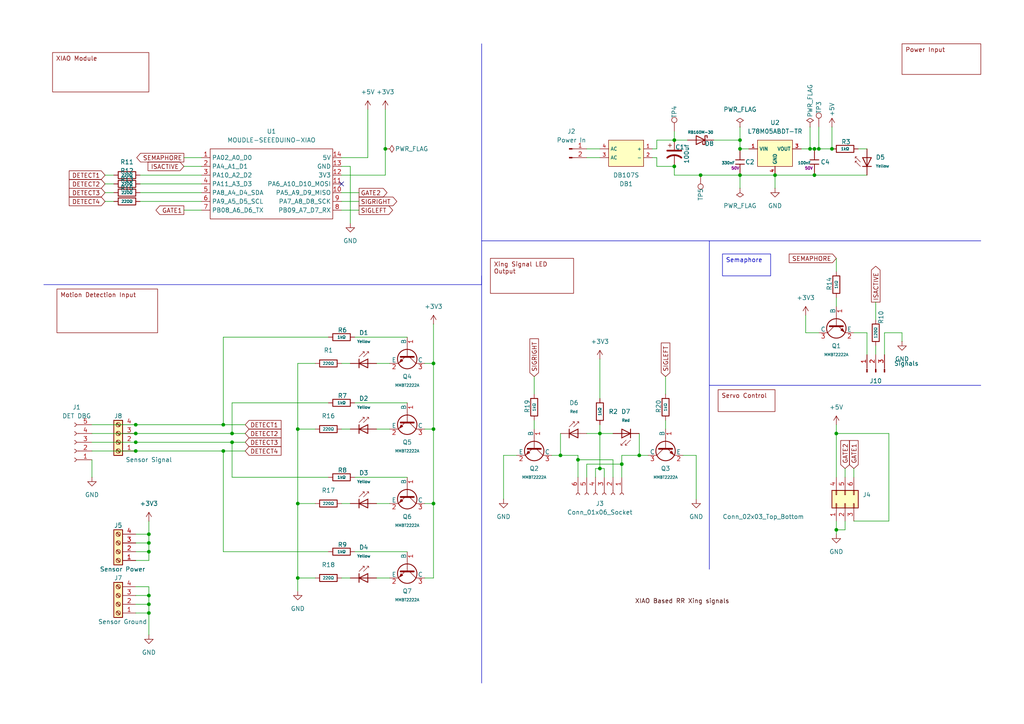
<source format=kicad_sch>
(kicad_sch (version 20250114) (generator "eeschema") (generator_version "9.0")
  (paper "A4")
  (text "XIAO Based RR Xing signals" (at 184.15 175.26 0) (effects (font (size 1.27 1.27)) (justify left bottom)))
  (text_box "Xing Signal LED\nOutput" (at 142.24 74.93 0) (size 24.13 10.16) (margins 0.9525 0.9525 0.9525 0.9525) (stroke (width 0) (color 132 0 0 1)) (effects (font (size 1.27 1.27)) (justify left top)))
  (text_box "Motion Detection Input" (at 16.51 83.82 0) (size 29.21 12.7) (margins 0.9525 0.9525 0.9525 0.9525) (stroke (width 0) (color 132 0 0 1)) (effects (font (size 1.27 1.27)) (justify left top)))
  (text_box "Servo Control" (at 208.28 113.03 0) (size 16.51 6.35) (margins 0.9525 0.9525 0.9525 0.9525) (stroke (width 0) (color 132 0 0 1)) (effects (font (size 1.27 1.27)) (justify left top)))
  (text_box "XIAO Module" (at 15.24 15.24 0) (size 27.94 11.43) (margins 0.9525 0.9525 0.9525 0.9525) (stroke (width 0) (color 132 0 0 1)) (effects (font (size 1.27 1.27)) (justify left top)))
  (text_box "Semaphore" (at 209.55 73.66 0) (size 13.97 6.35) (margins 0.9525 0.9525 0.9525 0.9525) (effects (font (size 1.27 1.27)) (justify left top)))
  (text_box "Power Input" (at 261.62 12.7 0) (size 22.86 8.89) (margins 0.9525 0.9525 0.9525 0.9525) (stroke (width 0) (color 132 0 0 1)) (effects (font (size 1.27 1.27)) (justify left top)))
  (junction (at 214.63 40.64))
  (junction (at 43.18 177.8))
  (junction (at 43.18 172.72))
  (junction (at 86.36 124.46))
  (junction (at 43.18 175.26))
  (junction (at 185.42 132.08))
  (junction (at 125.73 105.41))
  (junction (at 67.31 125.73))
  (junction (at 203.2 50.8))
  (junction (at 242.57 153.67))
  (junction (at 67.31 128.27))
  (junction (at 125.73 124.46))
  (junction (at 64.77 130.81))
  (junction (at 241.3 43.18))
  (junction (at 86.36 167.64))
  (junction (at 86.36 146.05))
  (junction (at 39.37 123.19))
  (junction (at 195.58 48.26))
  (junction (at 242.57 125.73))
  (junction (at 167.64 133.35))
  (junction (at 214.63 43.18))
  (junction (at 224.79 50.8))
  (junction (at 39.37 130.81))
  (junction (at 64.77 123.19))
  (junction (at 173.99 125.73))
  (junction (at 43.18 157.48))
  (junction (at 173.99 135.89))
  (junction (at 237.49 43.18))
  (junction (at 43.18 160.02))
  (junction (at 180.34 134.62))
  (junction (at 236.22 50.8))
  (junction (at 195.58 40.64))
  (junction (at 234.95 43.18))
  (junction (at 214.63 50.8))
  (junction (at 162.56 132.08))
  (junction (at 39.37 125.73))
  (junction (at 111.76 43.18))
  (junction (at 125.73 146.05))
  (junction (at 43.18 154.94))
  (junction (at 39.37 128.27))
  (junction (at 236.22 43.18))
  (no_connect (at 99.06 53.34))
  (wire (pts (xy 214.63 36.83) (xy 214.63 40.64)))
  (wire (pts (xy 39.37 170.18) (xy 43.18 170.18)))
  (wire (pts (xy 43.18 170.18) (xy 43.18 172.72)))
  (wire (pts (xy 125.73 93.98) (xy 125.73 105.41)))
  (wire (pts (xy 214.63 40.64) (xy 214.63 43.18)))
  (wire (pts (xy 234.95 36.83) (xy 234.95 43.18)))
  (wire (pts (xy 195.58 50.8) (xy 195.58 48.26)))
  (wire (pts (xy 198.12 132.08) (xy 201.93 132.08)))
  (wire (pts (xy 99.06 146.05) (xy 101.6 146.05)))
  (wire (pts (xy 248.92 43.18) (xy 251.46 43.18)))
  (wire (pts (xy 64.77 130.81) (xy 71.12 130.81)))
  (wire (pts (xy 154.94 109.22) (xy 154.94 114.3)))
  (wire (pts (xy 189.23 45.72) (xy 190.5 45.72)))
  (wire (pts (xy 180.34 132.08) (xy 185.42 132.08)))
  (wire (pts (xy 111.76 31.75) (xy 111.76 43.18)))
  (wire (pts (xy 125.73 124.46) (xy 125.73 146.05)))
  (polyline (pts (xy 139.7 69.85) (xy 139.7 198.12)))
  (wire (pts (xy 247.65 135.89) (xy 247.65 138.43)))
  (wire (pts (xy 95.25 138.43) (xy 67.31 138.43)))
  (wire (pts (xy 177.8 138.43) (xy 177.8 133.35)))
  (wire (pts (xy 242.57 153.67) (xy 242.57 154.94)))
  (wire (pts (xy 30.48 53.34) (xy 33.02 53.34)))
  (wire (pts (xy 236.22 43.18) (xy 237.49 43.18)))
  (wire (pts (xy 247.65 151.13) (xy 257.81 151.13)))
  (wire (pts (xy 86.36 146.05) (xy 86.36 167.64)))
  (wire (pts (xy 224.79 50.8) (xy 236.22 50.8)))
  (wire (pts (xy 245.11 151.13) (xy 245.11 153.67)))
  (wire (pts (xy 86.36 124.46) (xy 91.44 124.46)))
  (wire (pts (xy 39.37 175.26) (xy 43.18 175.26)))
  (wire (pts (xy 86.36 167.64) (xy 86.36 171.45)))
  (wire (pts (xy 180.34 134.62) (xy 180.34 132.08)))
  (wire (pts (xy 64.77 160.02) (xy 64.77 130.81)))
  (wire (pts (xy 193.04 109.22) (xy 193.04 114.3)))
  (wire (pts (xy 125.73 146.05) (xy 123.19 146.05)))
  (wire (pts (xy 237.49 43.18) (xy 241.3 43.18)))
  (wire (pts (xy 190.5 48.26) (xy 195.58 48.26)))
  (wire (pts (xy 195.58 38.1) (xy 195.58 40.64)))
  (wire (pts (xy 40.64 58.42) (xy 58.42 58.42)))
  (wire (pts (xy 43.18 175.26) (xy 43.18 177.8)))
  (wire (pts (xy 39.37 130.81) (xy 64.77 130.81)))
  (wire (pts (xy 67.31 128.27) (xy 67.31 138.43)))
  (polyline (pts (xy 139.7 69.85) (xy 205.74 69.85)))
  (wire (pts (xy 167.64 138.43) (xy 167.64 133.35)))
  (wire (pts (xy 167.64 133.35) (xy 167.64 132.08)))
  (wire (pts (xy 95.25 97.79) (xy 64.77 97.79)))
  (wire (pts (xy 53.34 45.72) (xy 58.42 45.72)))
  (wire (pts (xy 170.18 43.18) (xy 173.99 43.18)))
  (wire (pts (xy 86.36 167.64) (xy 91.44 167.64)))
  (wire (pts (xy 125.73 105.41) (xy 125.73 124.46)))
  (wire (pts (xy 251.46 96.52) (xy 251.46 102.87)))
  (wire (pts (xy 242.57 74.93) (xy 242.57 78.74)))
  (wire (pts (xy 201.93 132.08) (xy 201.93 144.78)))
  (wire (pts (xy 154.94 121.92) (xy 154.94 124.46)))
  (wire (pts (xy 109.22 124.46) (xy 113.03 124.46)))
  (wire (pts (xy 111.76 50.8) (xy 111.76 43.18)))
  (wire (pts (xy 86.36 105.41) (xy 91.44 105.41)))
  (polyline (pts (xy 205.74 69.85) (xy 205.74 165.1)))
  (wire (pts (xy 185.42 132.08) (xy 187.96 132.08)))
  (wire (pts (xy 242.57 86.36) (xy 242.57 88.9)))
  (wire (pts (xy 99.06 45.72) (xy 106.68 45.72)))
  (wire (pts (xy 242.57 151.13) (xy 242.57 153.67)))
  (wire (pts (xy 203.2 50.8) (xy 214.63 50.8)))
  (wire (pts (xy 256.54 96.52) (xy 261.62 96.52)))
  (wire (pts (xy 43.18 172.72) (xy 43.18 175.26)))
  (wire (pts (xy 232.41 43.18) (xy 234.95 43.18)))
  (wire (pts (xy 224.79 50.8) (xy 224.79 54.61)))
  (wire (pts (xy 167.64 132.08) (xy 162.56 132.08)))
  (wire (pts (xy 109.22 167.64) (xy 113.03 167.64)))
  (wire (pts (xy 193.04 121.92) (xy 193.04 124.46)))
  (wire (pts (xy 26.67 133.35) (xy 26.67 138.43)))
  (wire (pts (xy 242.57 125.73) (xy 242.57 138.43)))
  (wire (pts (xy 67.31 116.84) (xy 67.31 125.73)))
  (wire (pts (xy 125.73 124.46) (xy 123.19 124.46)))
  (wire (pts (xy 30.48 50.8) (xy 33.02 50.8)))
  (wire (pts (xy 43.18 177.8) (xy 43.18 184.15)))
  (wire (pts (xy 39.37 162.56) (xy 43.18 162.56)))
  (wire (pts (xy 30.48 55.88) (xy 33.02 55.88)))
  (wire (pts (xy 190.5 40.64) (xy 195.58 40.64)))
  (wire (pts (xy 241.3 36.83) (xy 241.3 43.18)))
  (polyline (pts (xy 12.7 82.55) (xy 139.7 82.55)))
  (wire (pts (xy 26.67 123.19) (xy 39.37 123.19)))
  (wire (pts (xy 101.6 48.26) (xy 101.6 64.77)))
  (wire (pts (xy 254 87.63) (xy 254 92.71)))
  (wire (pts (xy 99.06 48.26) (xy 101.6 48.26)))
  (wire (pts (xy 173.99 125.73) (xy 177.8 125.73)))
  (wire (pts (xy 109.22 105.41) (xy 113.03 105.41)))
  (wire (pts (xy 39.37 157.48) (xy 43.18 157.48)))
  (wire (pts (xy 67.31 128.27) (xy 71.12 128.27)))
  (wire (pts (xy 242.57 125.73) (xy 257.81 125.73)))
  (wire (pts (xy 26.67 125.73) (xy 39.37 125.73)))
  (wire (pts (xy 95.25 116.84) (xy 67.31 116.84)))
  (wire (pts (xy 190.5 45.72) (xy 190.5 48.26)))
  (wire (pts (xy 170.18 134.62) (xy 180.34 134.62)))
  (wire (pts (xy 102.87 160.02) (xy 118.11 160.02)))
  (wire (pts (xy 102.87 138.43) (xy 118.11 138.43)))
  (wire (pts (xy 233.68 96.52) (xy 237.49 96.52)))
  (polyline (pts (xy 139.7 82.55) (xy 139.7 80.01)))
  (wire (pts (xy 170.18 45.72) (xy 173.99 45.72)))
  (wire (pts (xy 175.26 135.89) (xy 175.26 138.43)))
  (wire (pts (xy 173.99 125.73) (xy 173.99 135.89)))
  (wire (pts (xy 39.37 123.19) (xy 64.77 123.19)))
  (wire (pts (xy 86.36 124.46) (xy 86.36 146.05)))
  (wire (pts (xy 247.65 96.52) (xy 251.46 96.52)))
  (wire (pts (xy 40.64 53.34) (xy 58.42 53.34)))
  (wire (pts (xy 237.49 36.83) (xy 237.49 43.18)))
  (wire (pts (xy 256.54 102.87) (xy 256.54 96.52)))
  (wire (pts (xy 99.06 105.41) (xy 101.6 105.41)))
  (wire (pts (xy 53.34 48.26) (xy 58.42 48.26)))
  (wire (pts (xy 64.77 97.79) (xy 64.77 123.19)))
  (wire (pts (xy 99.06 58.42) (xy 104.14 58.42)))
  (wire (pts (xy 99.06 124.46) (xy 101.6 124.46)))
  (wire (pts (xy 99.06 50.8) (xy 111.76 50.8)))
  (wire (pts (xy 99.06 60.96) (xy 104.14 60.96)))
  (wire (pts (xy 185.42 125.73) (xy 185.42 132.08)))
  (wire (pts (xy 39.37 160.02) (xy 43.18 160.02)))
  (wire (pts (xy 95.25 160.02) (xy 64.77 160.02)))
  (wire (pts (xy 125.73 146.05) (xy 125.73 167.64)))
  (wire (pts (xy 125.73 167.64) (xy 123.19 167.64)))
  (wire (pts (xy 170.18 138.43) (xy 170.18 134.62)))
  (wire (pts (xy 172.72 135.89) (xy 172.72 138.43)))
  (wire (pts (xy 39.37 154.94) (xy 43.18 154.94)))
  (polyline (pts (xy 139.7 12.7) (xy 139.7 69.85)))
  (wire (pts (xy 86.36 146.05) (xy 91.44 146.05)))
  (wire (pts (xy 173.99 123.19) (xy 173.99 125.73)))
  (wire (pts (xy 173.99 135.89) (xy 175.26 135.89)))
  (wire (pts (xy 102.87 116.84) (xy 118.11 116.84)))
  (wire (pts (xy 160.02 132.08) (xy 162.56 132.08)))
  (wire (pts (xy 234.95 43.18) (xy 236.22 43.18)))
  (wire (pts (xy 86.36 105.41) (xy 86.36 124.46)))
  (polyline (pts (xy 205.74 111.76) (xy 284.48 111.76)))
  (wire (pts (xy 245.11 153.67) (xy 242.57 153.67)))
  (wire (pts (xy 99.06 167.64) (xy 101.6 167.64)))
  (wire (pts (xy 26.67 130.81) (xy 39.37 130.81)))
  (wire (pts (xy 177.8 133.35) (xy 167.64 133.35)))
  (wire (pts (xy 190.5 43.18) (xy 190.5 40.64)))
  (wire (pts (xy 162.56 125.73) (xy 162.56 132.08)))
  (wire (pts (xy 189.23 43.18) (xy 190.5 43.18)))
  (wire (pts (xy 26.67 128.27) (xy 39.37 128.27)))
  (wire (pts (xy 207.01 40.64) (xy 214.63 40.64)))
  (wire (pts (xy 109.22 146.05) (xy 113.03 146.05)))
  (wire (pts (xy 67.31 125.73) (xy 71.12 125.73)))
  (wire (pts (xy 43.18 162.56) (xy 43.18 160.02)))
  (wire (pts (xy 64.77 123.19) (xy 71.12 123.19)))
  (wire (pts (xy 43.18 160.02) (xy 43.18 157.48)))
  (wire (pts (xy 125.73 105.41) (xy 123.19 105.41)))
  (wire (pts (xy 173.99 135.89) (xy 172.72 135.89)))
  (wire (pts (xy 257.81 125.73) (xy 257.81 151.13)))
  (wire (pts (xy 170.18 125.73) (xy 173.99 125.73)))
  (wire (pts (xy 242.57 123.19) (xy 242.57 125.73)))
  (wire (pts (xy 40.64 55.88) (xy 58.42 55.88)))
  (wire (pts (xy 39.37 172.72) (xy 43.18 172.72)))
  (wire (pts (xy 43.18 154.94) (xy 43.18 151.13)))
  (wire (pts (xy 146.05 132.08) (xy 149.86 132.08)))
  (wire (pts (xy 233.68 91.44) (xy 233.68 96.52)))
  (wire (pts (xy 53.34 60.96) (xy 58.42 60.96)))
  (wire (pts (xy 39.37 177.8) (xy 43.18 177.8)))
  (wire (pts (xy 214.63 50.8) (xy 224.79 50.8)))
  (wire (pts (xy 261.62 96.52) (xy 261.62 99.06)))
  (wire (pts (xy 236.22 50.8) (xy 251.46 50.8)))
  (wire (pts (xy 214.63 43.18) (xy 217.17 43.18)))
  (wire (pts (xy 99.06 55.88) (xy 104.14 55.88)))
  (wire (pts (xy 39.37 125.73) (xy 67.31 125.73)))
  (wire (pts (xy 173.99 104.14) (xy 173.99 115.57)))
  (wire (pts (xy 102.87 97.79) (xy 118.11 97.79)))
  (wire (pts (xy 30.48 58.42) (xy 33.02 58.42)))
  (wire (pts (xy 214.63 54.61) (xy 214.63 50.8)))
  (wire (pts (xy 146.05 132.08) (xy 146.05 144.78)))
  (polyline (pts (xy 205.74 69.85) (xy 284.48 69.85)))
  (wire (pts (xy 245.11 135.89) (xy 245.11 138.43)))
  (wire (pts (xy 39.37 128.27) (xy 67.31 128.27)))
  (wire (pts (xy 43.18 157.48) (xy 43.18 154.94)))
  (wire (pts (xy 195.58 50.8) (xy 203.2 50.8)))
  (wire (pts (xy 180.34 138.43) (xy 180.34 134.62)))
  (wire (pts (xy 106.68 31.75) (xy 106.68 45.72)))
  (wire (pts (xy 254 100.33) (xy 254 102.87)))
  (wire (pts (xy 195.58 40.64) (xy 199.39 40.64)))
  (wire (pts (xy 40.64 50.8) (xy 58.42 50.8)))
  (global_label "GATE1" (shape input) (at 247.65 135.89 90) (property "Intersheetrefs" "${INTERSHEET_REFS}" (effects (hide yes))))
  (global_label "SIGRIGHT" (shape output) (at 104.14 58.42 0) (property "Intersheetrefs" "${INTERSHEET_REFS}" (effects (hide yes))))
  (global_label "SIGLEFT" (shape output) (at 104.14 60.96 0) (property "Intersheetrefs" "${INTERSHEET_REFS}" (effects (hide yes))))
  (global_label "DETECT1" (shape input) (at 30.48 50.8 180) (property "Intersheetrefs" "${INTERSHEET_REFS}" (effects (hide yes))))
  (global_label "DETECT3" (shape input) (at 71.12 128.27 0) (property "Intersheetrefs" "${INTERSHEET_REFS}" (effects (hide yes))))
  (global_label "GATE1" (shape output) (at 53.34 60.96 180) (property "Intersheetrefs" "${INTERSHEET_REFS}" (effects (hide yes))))
  (global_label "ISACTIVE" (shape input) (at 53.34 48.26 180) (property "Intersheetrefs" "${INTERSHEET_REFS}" (effects (hide yes))))
  (global_label "DETECT3" (shape input) (at 30.48 55.88 180) (property "Intersheetrefs" "${INTERSHEET_REFS}" (effects (hide yes))))
  (global_label "GATE2" (shape input) (at 245.11 135.89 90) (property "Intersheetrefs" "${INTERSHEET_REFS}" (effects (hide yes))))
  (global_label "DETECT4" (shape input) (at 71.12 130.81 0) (property "Intersheetrefs" "${INTERSHEET_REFS}" (effects (hide yes))))
  (global_label "DETECT2" (shape input) (at 71.12 125.73 0) (property "Intersheetrefs" "${INTERSHEET_REFS}" (effects (hide yes))))
  (global_label "SIGLEFT" (shape input) (at 193.04 109.22 90) (property "Intersheetrefs" "${INTERSHEET_REFS}" (effects (hide yes))))
  (global_label "SEMAPHORE" (shape output) (at 53.34 45.72 180) (property "Intersheetrefs" "${INTERSHEET_REFS}" (effects (hide yes))))
  (global_label "DETECT2" (shape input) (at 30.48 53.34 180) (property "Intersheetrefs" "${INTERSHEET_REFS}" (effects (hide yes))))
  (global_label "DETECT1" (shape input) (at 71.12 123.19 0) (property "Intersheetrefs" "${INTERSHEET_REFS}" (effects (hide yes))))
  (global_label "GATE2" (shape output) (at 104.14 55.88 0) (property "Intersheetrefs" "${INTERSHEET_REFS}" (effects (hide yes))))
  (global_label "SIGRIGHT" (shape input) (at 154.94 109.22 90) (property "Intersheetrefs" "${INTERSHEET_REFS}" (effects (hide yes))))
  (global_label "ISACTIVE" (shape output) (at 254 87.63 90) (property "Intersheetrefs" "${INTERSHEET_REFS}" (effects (hide yes))))
  (global_label "SEMAPHORE" (shape input) (at 242.57 74.93 180) (property "Intersheetrefs" "${INTERSHEET_REFS}" (effects (hide yes))))
  (global_label "DETECT4" (shape input) (at 30.48 58.42 180) (property "Intersheetrefs" "${INTERSHEET_REFS}" (effects (hide yes))))
  (symbol (lib_name "+5V_1") (lib_id "power:+5V") (at 106.68 31.75 0) (unit 1)
    (property "Reference" "#PWR01" (effects (hide yes)))
    (property "Value" "+5V" (at 106.68 26.67 0))
    (property "Description" "Power symbol creates a global label with name \"+5V\"" (effects (hide yes)))
  )
  (symbol (lib_name "GND_1") (lib_id "power:GND") (at 26.67 138.43 0) (unit 1)
    (property "Reference" "#PWR013" (effects (hide yes)))
    (property "Value" "GND" (at 26.67 143.51 0))
    (property "Description" "Power symbol creates a global label with name \"GND\" , ground" (effects (hide yes)))
  )
  (symbol (lib_id "Device:C_Polarized_US") (at 195.58 44.45 0) (unit 1) (in_bom no)
    (property "Reference" "C1" (at 195.834 42.672 0) (effects (justify left)))
    (property "Value" "100uf" (at 199.136 47.498 90) (effects (justify left)))
    (property "Footprint" "Capacitor_THT:CP_Radial_D5.0mm_P2.50mm" (effects (hide yes)))
    (property "Description" "1000uF 25V 1.19A@100kHz 60mΩ@100kHz ±20% SMD,D10xL10.2mm Aluminum Electrolytic Capacitors - SMD ROHS" (effects (hide yes)))
  )
  (symbol (lib_id "Connector:Conn_01x03_Pin") (at 254 107.95 90) (unit 1) (in_bom no)
    (property "Reference" "J10" (at 254 110.49 90))
    (property "Value" "Signals" (at 262.89 105.41 90))
    (property "Footprint" "Connector_PinHeader_2.54mm:PinHeader_1x03_P2.54mm_Vertical" (effects (hide yes)))
  )
  (symbol (lib_id "PCM_JLCPCB-Transistors:NPN,MMBT2222A") (at 118.11 143.51 270) (unit 1)
    (property "Reference" "Q6" (at 118.11 149.86 90))
    (property "Value" "MMBT2222A" (at 118.11 152.4 90) (effects (font (size 0.8 0.8))))
    (property "Footprint" "PCM_JLCPCB:Q_SOT-23" (effects (hide yes)))
    (property "Datasheet" "https://wmsc.lcsc.com/wmsc/upload/file/pdf/v2/lcsc/2312221203_hongjiacheng-MMBT2222A_C7420351.pdf" (effects (hide yes)))
    (property "Description" "40V 300mW 100@150mA,10V 600mA NPN SOT-23 Bipolar (BJT) ROHS" (effects (hide yes)))
    (property "LCSC" "C7420351" (effects (hide yes)))
    (property "Stock" "139713" (effects (hide yes)))
    (property "Price" "0.018USD" (effects (hide yes)))
    (property "Process" "SMT" (effects (hide yes)))
    (property "Minimum Qty" "10" (effects (hide yes)))
    (property "Attrition Qty" "5" (effects (hide yes)))
    (property "Class" "Preferred Component" (effects (hide yes)))
    (property "Category" "Triode/MOS Tube/Transistor,Bipolar Transistors - BJT" (effects (hide yes)))
    (property "Manufacturer" "hongjiacheng" (effects (hide yes)))
    (property "Part" "MMBT2222A" (effects (hide yes)))
    (property "Transition Frequency (fT)" "300MHz" (effects (hide yes)))
    (property "Operating Temperature" "-55°C~+150°C" (effects (hide yes)))
    (property "Collector Cut-Off Current (Icbo)" "0.1uA" (effects (hide yes)))
    (property "Transistor Type" "NPN" (effects (hide yes)))
    (property "DC Current Gain (hFE@Ic,Vce)" "100@150mA,10V" (effects (hide yes)))
    (property "Power Dissipation (Pd)" "300mW" (effects (hide yes)))
    (property "Collector Current (Ic)" "600mA" (effects (hide yes)))
    (property "Collector-Emitter Saturation Voltage (VCE(sat)@Ic,Ib)" "0.3V@800mA,80mA" (effects (hide yes)))
    (property "Collector-Emitter Breakdown Voltage (Vceo)" "null" (effects (hide yes)))
  )
  (symbol (lib_id "PCM_JLCPCB-Resistors:0402,1kΩ") (at 245.11 43.18 90) (unit 1)
    (property "Reference" "R3" (at 245.364 41.148 90))
    (property "Value" "1kΩ" (at 245.11 43.18 90) (effects (font (size 0.8 0.8))))
    (property "Footprint" "PCM_JLCPCB:R_0402" (effects (hide yes)))
    (property "Datasheet" "https://www.lcsc.com/datasheet/lcsc_datasheet_2206010216_UNI-ROYAL-Uniroyal-Elec-0402WGF1001TCE_C11702.pdf" (effects (hide yes)))
    (property "Description" "62.5mW Thick Film Resistors 50V ±100ppm/°C ±1% 1kΩ 0402 Chip Resistor - Surface Mount ROHS" (effects (hide yes)))
    (property "LCSC" "C11702" (effects (hide yes)))
    (property "Stock" "5326005" (effects (hide yes)))
    (property "Price" "0.004USD" (effects (hide yes)))
    (property "Process" "SMT" (effects (hide yes)))
    (property "Minimum Qty" "20" (effects (hide yes)))
    (property "Attrition Qty" "10" (effects (hide yes)))
    (property "Class" "Basic Component" (effects (hide yes)))
    (property "Category" "Resistors,Chip Resistor - Surface Mount" (effects (hide yes)))
    (property "Manufacturer" "UNI-ROYAL(Uniroyal Elec)" (effects (hide yes)))
    (property "Part" "0402WGF1001TCE" (effects (hide yes)))
    (property "Resistance" "1kΩ" (effects (hide yes)))
    (property "Power(Watts)" "62.5mW" (effects (hide yes)))
    (property "Type" "Thick Film Resistors" (effects (hide yes)))
    (property "Overload Voltage (Max)" "50V" (effects (hide yes)))
    (property "Operating Temperature Range" "-55°C~+155°C" (effects (hide yes)))
    (property "Tolerance" "±1%" (effects (hide yes)))
    (property "Temperature Coefficient" "±100ppm/°C" (effects (hide yes)))
  )
  (symbol (lib_id "PCM_JLCPCB-Resistors:0402,1kΩ") (at 193.04 118.11 180) (unit 1)
    (property "Reference" "R20" (at 191.008 117.856 90))
    (property "Value" "1kΩ" (at 193.04 118.11 90) (effects (font (size 0.8 0.8))))
    (property "Footprint" "PCM_JLCPCB:R_0402" (effects (hide yes)))
    (property "Datasheet" "https://www.lcsc.com/datasheet/lcsc_datasheet_2206010216_UNI-ROYAL-Uniroyal-Elec-0402WGF1001TCE_C11702.pdf" (effects (hide yes)))
    (property "Description" "62.5mW Thick Film Resistors 50V ±100ppm/°C ±1% 1kΩ 0402 Chip Resistor - Surface Mount ROHS" (effects (hide yes)))
    (property "LCSC" "C11702" (effects (hide yes)))
    (property "Stock" "5326005" (effects (hide yes)))
    (property "Price" "0.004USD" (effects (hide yes)))
    (property "Process" "SMT" (effects (hide yes)))
    (property "Minimum Qty" "20" (effects (hide yes)))
    (property "Attrition Qty" "10" (effects (hide yes)))
    (property "Class" "Basic Component" (effects (hide yes)))
    (property "Category" "Resistors,Chip Resistor - Surface Mount" (effects (hide yes)))
    (property "Manufacturer" "UNI-ROYAL(Uniroyal Elec)" (effects (hide yes)))
    (property "Part" "0402WGF1001TCE" (effects (hide yes)))
    (property "Resistance" "1kΩ" (effects (hide yes)))
    (property "Power(Watts)" "62.5mW" (effects (hide yes)))
    (property "Type" "Thick Film Resistors" (effects (hide yes)))
    (property "Overload Voltage (Max)" "50V" (effects (hide yes)))
    (property "Operating Temperature Range" "-55°C~+155°C" (effects (hide yes)))
    (property "Tolerance" "±1%" (effects (hide yes)))
    (property "Temperature Coefficient" "±100ppm/°C" (effects (hide yes)))
  )
  (symbol (lib_name "+3V3_1") (lib_id "power:+3V3") (at 43.18 151.13 0) (unit 1)
    (property "Reference" "#PWR02" (effects (hide yes)))
    (property "Value" "+3V3" (at 43.18 146.05 0))
    (property "Description" "Power symbol creates a global label with name \"+3V3\"" (effects (hide yes)))
  )
  (symbol (lib_id "PCM_JLCPCB-Resistors:0402,220Ω") (at 95.25 124.46 90) (unit 1)
    (property "Reference" "R16" (at 95.25 120.65 90))
    (property "Value" "220Ω" (at 95.25 124.46 90) (effects (font (size 0.8 0.8))))
    (property "Footprint" "PCM_JLCPCB:R_0402" (effects (hide yes)))
    (property "Datasheet" "https://www.lcsc.com/datasheet/lcsc_datasheet_2205311900_UNI-ROYAL-Uniroyal-Elec-0402WGF2200TCE_C25091.pdf" (effects (hide yes)))
    (property "Description" "62.5mW Thick Film Resistors 50V ±100ppm/°C ±1% 220Ω 0402 Chip Resistor - Surface Mount ROHS" (effects (hide yes)))
    (property "LCSC" "C25091" (effects (hide yes)))
    (property "Stock" "1304705" (effects (hide yes)))
    (property "Price" "0.004USD" (effects (hide yes)))
    (property "Process" "SMT" (effects (hide yes)))
    (property "Minimum Qty" "20" (effects (hide yes)))
    (property "Attrition Qty" "10" (effects (hide yes)))
    (property "Class" "Basic Component" (effects (hide yes)))
    (property "Category" "Resistors,Chip Resistor - Surface Mount" (effects (hide yes)))
    (property "Manufacturer" "UNI-ROYAL(Uniroyal Elec)" (effects (hide yes)))
    (property "Part" "0402WGF2200TCE" (effects (hide yes)))
    (property "Resistance" "220Ω" (effects (hide yes)))
    (property "Power(Watts)" "62.5mW" (effects (hide yes)))
    (property "Type" "Thick Film Resistors" (effects (hide yes)))
    (property "Overload Voltage (Max)" "50V" (effects (hide yes)))
    (property "Operating Temperature Range" "-55°C~+155°C" (effects (hide yes)))
    (property "Tolerance" "±1%" (effects (hide yes)))
    (property "Temperature Coefficient" "±100ppm/°C" (effects (hide yes)))
  )
  (symbol (lib_id "PCM_JLCPCB-Capacitors:0603,100nF") (at 236.22 46.99 0) (unit 1)
    (property "Reference" "C4" (at 237.998 46.99 0) (effects (justify left)))
    (property "Value" "100nF" (at 231.394 47.244 0) (effects (font (size 0.8 0.8)) (justify left)))
    (property "Footprint" "PCM_JLCPCB:C_0603" (effects (hide yes)))
    (property "Datasheet" "https://www.lcsc.com/datasheet/lcsc_datasheet_2211101700_YAGEO-CC0603KRX7R9BB104_C14663.pdf" (effects (hide yes)))
    (property "Description" "50V 100nF X7R ±10% 0603 Multilayer Ceramic Capacitors MLCC - SMD/SMT ROHS" (effects (hide yes)))
    (property "LCSC" "C14663" (effects (hide yes)))
    (property "Stock" "63904633" (effects (hide yes)))
    (property "Price" "0.006USD" (effects (hide yes)))
    (property "Process" "SMT" (effects (hide yes)))
    (property "Minimum Qty" "20" (effects (hide yes)))
    (property "Attrition Qty" "10" (effects (hide yes)))
    (property "Class" "Basic Component" (effects (hide yes)))
    (property "Category" "Capacitors,Multilayer Ceramic Capacitors MLCC - SMD/SMT" (effects (hide yes)))
    (property "Manufacturer" "YAGEO" (effects (hide yes)))
    (property "Part" "CC0603KRX7R9BB104" (effects (hide yes)))
    (property "Voltage Rated" "50V" (at 233.426 48.768 0) (effects (font (size 0.8 0.8)) (justify left)))
    (property "Tolerance" "±10%" (effects (hide yes)))
    (property "Capacitance" "100nF" (effects (hide yes)))
    (property "Temperature Coefficient" "X7R" (effects (hide yes)))
  )
  (symbol (lib_id "PCM_JLCPCB-Resistors:0402,1kΩ") (at 99.06 116.84 90) (unit 1)
    (property "Reference" "R7" (at 99.314 114.808 90))
    (property "Value" "1kΩ" (at 99.06 116.84 90) (effects (font (size 0.8 0.8))))
    (property "Footprint" "PCM_JLCPCB:R_0402" (effects (hide yes)))
    (property "Datasheet" "https://www.lcsc.com/datasheet/lcsc_datasheet_2206010216_UNI-ROYAL-Uniroyal-Elec-0402WGF1001TCE_C11702.pdf" (effects (hide yes)))
    (property "Description" "62.5mW Thick Film Resistors 50V ±100ppm/°C ±1% 1kΩ 0402 Chip Resistor - Surface Mount ROHS" (effects (hide yes)))
    (property "LCSC" "C11702" (effects (hide yes)))
    (property "Stock" "5326005" (effects (hide yes)))
    (property "Price" "0.004USD" (effects (hide yes)))
    (property "Process" "SMT" (effects (hide yes)))
    (property "Minimum Qty" "20" (effects (hide yes)))
    (property "Attrition Qty" "10" (effects (hide yes)))
    (property "Class" "Basic Component" (effects (hide yes)))
    (property "Category" "Resistors,Chip Resistor - Surface Mount" (effects (hide yes)))
    (property "Manufacturer" "UNI-ROYAL(Uniroyal Elec)" (effects (hide yes)))
    (property "Part" "0402WGF1001TCE" (effects (hide yes)))
    (property "Resistance" "1kΩ" (effects (hide yes)))
    (property "Power(Watts)" "62.5mW" (effects (hide yes)))
    (property "Type" "Thick Film Resistors" (effects (hide yes)))
    (property "Overload Voltage (Max)" "50V" (effects (hide yes)))
    (property "Operating Temperature Range" "-55°C~+155°C" (effects (hide yes)))
    (property "Tolerance" "±1%" (effects (hide yes)))
    (property "Temperature Coefficient" "±100ppm/°C" (effects (hide yes)))
  )
  (symbol (lib_id "PCM_JLCPCB-Capacitors:0805,330nF") (at 214.63 46.99 0) (unit 1)
    (property "Reference" "C2" (at 216.154 46.99 0) (effects (justify left)))
    (property "Value" "330nF" (at 209.296 47.244 0) (effects (font (size 0.8 0.8)) (justify left)))
    (property "Footprint" "PCM_JLCPCB:C_0805" (effects (hide yes)))
    (property "Datasheet" "https://www.lcsc.com/datasheet/lcsc_datasheet_2304140030_FH--Guangdong-Fenghua-Advanced-Tech-0805B334K500NT_C1740.pdf" (effects (hide yes)))
    (property "Description" "50V 330nF X7R ±10% 0805 Multilayer Ceramic Capacitors MLCC - SMD/SMT ROHS" (effects (hide yes)))
    (property "LCSC" "C1740" (effects (hide yes)))
    (property "Stock" "49595" (effects (hide yes)))
    (property "Price" "0.016USD" (effects (hide yes)))
    (property "Process" "SMT" (effects (hide yes)))
    (property "Minimum Qty" "20" (effects (hide yes)))
    (property "Attrition Qty" "10" (effects (hide yes)))
    (property "Class" "Preferred Component" (effects (hide yes)))
    (property "Category" "Capacitors,Multilayer Ceramic Capacitors MLCC - SMD/SMT" (effects (hide yes)))
    (property "Manufacturer" "FH(Guangdong Fenghua Advanced Tech)" (effects (hide yes)))
    (property "Part" "0805B334K500NT" (effects (hide yes)))
    (property "Voltage Rated" "50V" (at 212.09 48.768 0) (effects (font (size 0.8 0.8)) (justify left)))
    (property "Tolerance" "±10%" (effects (hide yes)))
    (property "Capacitance" "330nF" (effects (hide yes)))
    (property "Temperature Coefficient" "X7R" (effects (hide yes)))
  )
  (symbol (lib_id "PCM_JLCPCB-Diodes:LED,0603,Yellow") (at 105.41 146.05 270) (unit 1)
    (property "Reference" "D3" (at 105.5052 137.16 90))
    (property "Value" "Yellow" (at 105.5052 139.7 90) (effects (font (size 0.8 0.8))))
    (property "Footprint" "PCM_JLCPCB:D_0603" (effects (hide yes)))
    (property "Datasheet" "https://atta.szlcsc.com/upload/public/pdf/source/20160507/1462613613586.pdf" (effects (hide yes)))
    (property "Description" "20mA Colorless Transparent Lens -40°C~+85°C 585.5nm~591.5nm Yellow 120° 60mW 0603 LED Indication - Discrete ROHS" (effects (hide yes)))
    (property "LCSC" "C72038" (effects (hide yes)))
    (property "Stock" "533054" (effects (hide yes)))
    (property "Price" "0.024USD" (effects (hide yes)))
    (property "Process" "SMT" (effects (hide yes)))
    (property "Minimum Qty" "5" (effects (hide yes)))
    (property "Attrition Qty" "1" (effects (hide yes)))
    (property "Class" "Basic Component" (effects (hide yes)))
    (property "Category" "Optoelectronics,Light Emitting Diodes (LED)" (effects (hide yes)))
    (property "Manufacturer" "Everlight Elec" (effects (hide yes)))
    (property "Part" "19-213/Y2C-CQ2R2L/3T(CY)" (effects (hide yes)))
    (property "Dominant Wavelength" "585.5nm~591.5nm" (effects (hide yes)))
    (property "Operating Temperature" "-40°C~+85°C" (effects (hide yes)))
    (property "Power Dissipation" "60mW" (effects (hide yes)))
    (property "Emitted Color" "Yellow" (effects (hide yes)))
    (property "Viewing Angle" "120°" (effects (hide yes)))
    (property "Forward Current" "20mA" (effects (hide yes)))
    (property "Lens Color" "Colorless Transparent Lens" (effects (hide yes)))
    (property "Peak Wavelength" "591nm" (effects (hide yes)))
  )
  (symbol (lib_id "PCM_JLCPCB-Resistors:0402,120Ω") (at 254 96.52 0) (unit 1)
    (property "Reference" "R10" (at 255.524 93.98 90) (effects (justify left)))
    (property "Value" "120Ω" (at 254 96.52 90) (effects (font (size 0.8 0.8))))
    (property "Footprint" "PCM_JLCPCB:R_0402" (effects (hide yes)))
    (property "Datasheet" "https://www.lcsc.com/datasheet/lcsc_datasheet_2205311900_UNI-ROYAL-Uniroyal-Elec-0402WGF1200TCE_C25079.pdf" (effects (hide yes)))
    (property "Description" "62.5mW Thick Film Resistors 50V ±100ppm/°C ±1% 120Ω 0402 Chip Resistor - Surface Mount ROHS" (effects (hide yes)))
    (property "LCSC" "C25079" (effects (hide yes)))
    (property "Stock" "336060" (effects (hide yes)))
    (property "Price" "0.004USD" (effects (hide yes)))
    (property "Process" "SMT" (effects (hide yes)))
    (property "Minimum Qty" "20" (effects (hide yes)))
    (property "Attrition Qty" "10" (effects (hide yes)))
    (property "Class" "Basic Component" (effects (hide yes)))
    (property "Category" "Resistors,Chip Resistor - Surface Mount" (effects (hide yes)))
    (property "Manufacturer" "UNI-ROYAL(Uniroyal Elec)" (effects (hide yes)))
    (property "Part" "0402WGF1200TCE" (effects (hide yes)))
    (property "Resistance" "120Ω" (effects (hide yes)))
    (property "Power(Watts)" "62.5mW" (effects (hide yes)))
    (property "Type" "Thick Film Resistors" (effects (hide yes)))
    (property "Overload Voltage (Max)" "50V" (effects (hide yes)))
    (property "Operating Temperature Range" "-55°C~+155°C" (effects (hide yes)))
    (property "Tolerance" "±1%" (effects (hide yes)))
    (property "Temperature Coefficient" "±100ppm/°C" (effects (hide yes)))
  )
  (symbol (lib_id "Connector:Screw_Terminal_01x04") (at 34.29 128.27 180) (unit 1) (in_bom no)
    (property "Reference" "J8" (at 34.29 120.65 0))
    (property "Value" "Sensor Signal" (at 43.18 133.35 0))
    (property "Footprint" "Connector_PinHeader_2.54mm:PinHeader_1x04_P2.54mm_Vertical" (effects (hide yes)))
  )
  (symbol (lib_name "+3V3_1") (lib_id "power:+3V3") (at 173.99 104.14 0) (unit 1)
    (property "Reference" "#PWR04" (effects (hide yes)))
    (property "Value" "+3V3" (at 173.99 99.06 0))
    (property "Description" "Power symbol creates a global label with name \"+3V3\"" (effects (hide yes)))
  )
  (symbol (lib_name "+5V_1") (lib_id "power:+5V") (at 241.3 36.83 0) (unit 1)
    (property "Reference" "#PWR05" (effects (hide yes)))
    (property "Value" "+5V" (at 241.3 31.75 90))
    (property "Description" "Power symbol creates a global label with name \"+5V\"" (effects (hide yes)))
  )
  (symbol (lib_name "GND_1") (lib_id "power:GND") (at 146.05 144.78 0) (unit 1)
    (property "Reference" "#PWR018" (effects (hide yes)))
    (property "Value" "GND" (at 146.05 149.86 0))
    (property "Description" "Power symbol creates a global label with name \"GND\" , ground" (effects (hide yes)))
  )
  (symbol (lib_name "GND_1") (lib_id "power:GND") (at 43.18 184.15 0) (unit 1)
    (property "Reference" "#PWR017" (effects (hide yes)))
    (property "Value" "GND" (at 43.18 189.23 0))
    (property "Description" "Power symbol creates a global label with name \"GND\" , ground" (effects (hide yes)))
  )
  (symbol (lib_id "PCM_JLCPCB-Power:LDO, 5V, 0.5A") (at 224.79 45.72 0) (unit 1)
    (property "Reference" "U2" (at 224.79 35.56 0))
    (property "Value" "L78M05ABDT-TR" (at 224.79 38.1 0))
    (property "Footprint" "PCM_JLCPCB:TO-252-2_L6.5-W6.1-P4.58-LS10.0-TL" (effects (hide yes)))
    (property "Datasheet" "https://www.lcsc.com/datasheet/lcsc_datasheet_2307281528_STMicroelectronics-L78M05ABDT-TR_C58069.pdf" (effects (hide yes)))
    (property "Description" "62dB@(120Hz) 500mA Fixed 5V Positive electrode 35V TO-252-2(DPAK) Voltage Regulators - Linear, Low Drop Out (LDO) Regulators ROHS" (effects (hide yes)))
    (property "LCSC" "C58069" (effects (hide yes)))
    (property "Stock" "187818" (effects (hide yes)))
    (property "Price" "0.103USD" (effects (hide yes)))
    (property "Process" "SMT" (effects (hide yes)))
    (property "Minimum Qty" "5" (effects (hide yes)))
    (property "Attrition Qty" "1" (effects (hide yes)))
    (property "Class" "Basic Component" (effects (hide yes)))
    (property "Category" "Power Management ICs,Linear Voltage Regulators (LDO)" (effects (hide yes)))
    (property "Manufacturer" "STMicroelectronics" (effects (hide yes)))
    (property "Part" "L78M05ABDT-TR" (effects (hide yes)))
    (property "Number Of Outputs" "1" (effects (hide yes)))
    (property "Output Voltage" "5V" (effects (hide yes)))
    (property "Quiescent Current (Ground Current)" "6mA" (effects (hide yes)))
    (property "Output Current" "500mA" (effects (hide yes)))
    (property "Output Type" "Fixed" (effects (hide yes)))
    (property "Maximum Input Voltage" "35V" (effects (hide yes)))
    (property "Output Polarity" "Positive electrode" (effects (hide yes)))
    (property "Operating Temperature" "-40°C~+125°C" (effects (hide yes)))
    (property "Power Supply Rejection Ratio (Psrr)" "62dB@(120Hz)" (effects (hide yes)))
    (property "Feature" "Overcurrent Protection(OCP);Thermal Protection(TSD);Short-Circuit  Protection" (effects (hide yes)))
    (property "Standby Current" "6mA" (effects (hide yes)))
  )
  (symbol (lib_id "power:PWR_FLAG") (at 214.63 36.83 0) (unit 1)
    (property "Reference" "#FLG01" (effects (hide yes)))
    (property "Value" "PWR_FLAG" (at 214.63 31.75 0))
    (property "Description" "Special symbol for telling ERC where power comes from" (effects (hide yes)))
  )
  (symbol (lib_id "PCM_JLCPCB-Resistors:0402,220Ω") (at 36.83 58.42 90) (unit 1)
    (property "Reference" "R15" (at 36.83 54.61 90))
    (property "Value" "220Ω" (at 36.83 58.42 90) (effects (font (size 0.8 0.8))))
    (property "Footprint" "PCM_JLCPCB:R_0402" (effects (hide yes)))
    (property "Datasheet" "https://www.lcsc.com/datasheet/lcsc_datasheet_2205311900_UNI-ROYAL-Uniroyal-Elec-0402WGF2200TCE_C25091.pdf" (effects (hide yes)))
    (property "Description" "62.5mW Thick Film Resistors 50V ±100ppm/°C ±1% 220Ω 0402 Chip Resistor - Surface Mount ROHS" (effects (hide yes)))
    (property "LCSC" "C25091" (effects (hide yes)))
    (property "Stock" "1304705" (effects (hide yes)))
    (property "Price" "0.004USD" (effects (hide yes)))
    (property "Process" "SMT" (effects (hide yes)))
    (property "Minimum Qty" "20" (effects (hide yes)))
    (property "Attrition Qty" "10" (effects (hide yes)))
    (property "Class" "Basic Component" (effects (hide yes)))
    (property "Category" "Resistors,Chip Resistor - Surface Mount" (effects (hide yes)))
    (property "Manufacturer" "UNI-ROYAL(Uniroyal Elec)" (effects (hide yes)))
    (property "Part" "0402WGF2200TCE" (effects (hide yes)))
    (property "Resistance" "220Ω" (effects (hide yes)))
    (property "Power(Watts)" "62.5mW" (effects (hide yes)))
    (property "Type" "Thick Film Resistors" (effects (hide yes)))
    (property "Overload Voltage (Max)" "50V" (effects (hide yes)))
    (property "Operating Temperature Range" "-55°C~+155°C" (effects (hide yes)))
    (property "Tolerance" "±1%" (effects (hide yes)))
    (property "Temperature Coefficient" "±100ppm/°C" (effects (hide yes)))
  )
  (symbol (lib_id "PCM_JLCPCB-Diodes:LED,0603,Red") (at 166.37 125.73 270) (unit 1)
    (property "Reference" "D6" (at 166.4652 116.84 90))
    (property "Value" "Red" (at 166.4652 119.38 90) (effects (font (size 0.8 0.8))))
    (property "Footprint" "PCM_JLCPCB:D_0603" (effects (hide yes)))
    (property "Datasheet" "https://www.lcsc.com/datasheet/lcsc_datasheet_1810231112_Hubei-KENTO-Elec-KT-0603R_C2286.pdf" (effects (hide yes)))
    (property "Description" "-40°C~+85°C Red 0603 LED Indication - Discrete ROHS" (effects (hide yes)))
    (property "LCSC" "C2286" (effects (hide yes)))
    (property "Stock" "3650738" (effects (hide yes)))
    (property "Price" "0.009USD" (effects (hide yes)))
    (property "Process" "SMT" (effects (hide yes)))
    (property "Minimum Qty" "20" (effects (hide yes)))
    (property "Attrition Qty" "6" (effects (hide yes)))
    (property "Class" "Basic Component" (effects (hide yes)))
    (property "Category" "Optocouplers & LEDs & Infrared,Light Emitting Diodes (LED)" (effects (hide yes)))
    (property "Manufacturer" "Hubei KENTO Elec" (effects (hide yes)))
    (property "Part" "KT-0603R" (effects (hide yes)))
  )
  (symbol (lib_id "PCM_JLCPCB-Resistors:0402,220Ω") (at 36.83 55.88 90) (unit 1)
    (property "Reference" "R13" (at 36.83 52.07 90))
    (property "Value" "220Ω" (at 36.83 55.88 90) (effects (font (size 0.8 0.8))))
    (property "Footprint" "PCM_JLCPCB:R_0402" (effects (hide yes)))
    (property "Datasheet" "https://www.lcsc.com/datasheet/lcsc_datasheet_2205311900_UNI-ROYAL-Uniroyal-Elec-0402WGF2200TCE_C25091.pdf" (effects (hide yes)))
    (property "Description" "62.5mW Thick Film Resistors 50V ±100ppm/°C ±1% 220Ω 0402 Chip Resistor - Surface Mount ROHS" (effects (hide yes)))
    (property "LCSC" "C25091" (effects (hide yes)))
    (property "Stock" "1304705" (effects (hide yes)))
    (property "Price" "0.004USD" (effects (hide yes)))
    (property "Process" "SMT" (effects (hide yes)))
    (property "Minimum Qty" "20" (effects (hide yes)))
    (property "Attrition Qty" "10" (effects (hide yes)))
    (property "Class" "Basic Component" (effects (hide yes)))
    (property "Category" "Resistors,Chip Resistor - Surface Mount" (effects (hide yes)))
    (property "Manufacturer" "UNI-ROYAL(Uniroyal Elec)" (effects (hide yes)))
    (property "Part" "0402WGF2200TCE" (effects (hide yes)))
    (property "Resistance" "220Ω" (effects (hide yes)))
    (property "Power(Watts)" "62.5mW" (effects (hide yes)))
    (property "Type" "Thick Film Resistors" (effects (hide yes)))
    (property "Overload Voltage (Max)" "50V" (effects (hide yes)))
    (property "Operating Temperature Range" "-55°C~+155°C" (effects (hide yes)))
    (property "Tolerance" "±1%" (effects (hide yes)))
    (property "Temperature Coefficient" "±100ppm/°C" (effects (hide yes)))
  )
  (symbol (lib_id "PCM_JLCPCB-Transistors:NPN,MMBT2222A") (at 242.57 93.98 90) (mirror x) (unit 1)
    (property "Reference" "Q1" (at 242.57 100.33 90))
    (property "Value" "MMBT2222A" (at 242.57 102.87 90) (effects (font (size 0.8 0.8))))
    (property "Footprint" "PCM_JLCPCB:Q_SOT-23" (effects (hide yes)))
    (property "Datasheet" "https://wmsc.lcsc.com/wmsc/upload/file/pdf/v2/lcsc/2312221203_hongjiacheng-MMBT2222A_C7420351.pdf" (effects (hide yes)))
    (property "Description" "40V 300mW 100@150mA,10V 600mA NPN SOT-23 Bipolar (BJT) ROHS" (effects (hide yes)))
    (property "LCSC" "C7420351" (effects (hide yes)))
    (property "Stock" "139713" (effects (hide yes)))
    (property "Price" "0.018USD" (effects (hide yes)))
    (property "Process" "SMT" (effects (hide yes)))
    (property "Minimum Qty" "10" (effects (hide yes)))
    (property "Attrition Qty" "5" (effects (hide yes)))
    (property "Class" "Preferred Component" (effects (hide yes)))
    (property "Category" "Triode/MOS Tube/Transistor,Bipolar Transistors - BJT" (effects (hide yes)))
    (property "Manufacturer" "hongjiacheng" (effects (hide yes)))
    (property "Part" "MMBT2222A" (effects (hide yes)))
    (property "Transition Frequency (fT)" "300MHz" (effects (hide yes)))
    (property "Operating Temperature" "-55°C~+150°C" (effects (hide yes)))
    (property "Collector Cut-Off Current (Icbo)" "0.1uA" (effects (hide yes)))
    (property "Transistor Type" "NPN" (effects (hide yes)))
    (property "DC Current Gain (hFE@Ic,Vce)" "100@150mA,10V" (effects (hide yes)))
    (property "Power Dissipation (Pd)" "300mW" (effects (hide yes)))
    (property "Collector Current (Ic)" "600mA" (effects (hide yes)))
    (property "Collector-Emitter Saturation Voltage (VCE(sat)@Ic,Ib)" "0.3V@800mA,80mA" (effects (hide yes)))
    (property "Collector-Emitter Breakdown Voltage (Vceo)" "null" (effects (hide yes)))
  )
  (symbol (lib_id "power:PWR_FLAG") (at 234.95 36.83 0) (unit 1)
    (property "Reference" "#FLG02" (effects (hide yes)))
    (property "Value" "PWR_FLAG" (at 234.95 29.21 90))
    (property "Description" "Special symbol for telling ERC where power comes from" (effects (hide yes)))
  )
  (symbol (lib_id "PCM_JLCPCB-Diodes:LED,0603,Yellow") (at 105.41 124.46 270) (unit 1)
    (property "Reference" "D2" (at 105.5052 115.57 90))
    (property "Value" "Yellow" (at 105.5052 118.11 90) (effects (font (size 0.8 0.8))))
    (property "Footprint" "PCM_JLCPCB:D_0603" (effects (hide yes)))
    (property "Datasheet" "https://atta.szlcsc.com/upload/public/pdf/source/20160507/1462613613586.pdf" (effects (hide yes)))
    (property "Description" "20mA Colorless Transparent Lens -40°C~+85°C 585.5nm~591.5nm Yellow 120° 60mW 0603 LED Indication - Discrete ROHS" (effects (hide yes)))
    (property "LCSC" "C72038" (effects (hide yes)))
    (property "Stock" "533054" (effects (hide yes)))
    (property "Price" "0.024USD" (effects (hide yes)))
    (property "Process" "SMT" (effects (hide yes)))
    (property "Minimum Qty" "5" (effects (hide yes)))
    (property "Attrition Qty" "1" (effects (hide yes)))
    (property "Class" "Basic Component" (effects (hide yes)))
    (property "Category" "Optoelectronics,Light Emitting Diodes (LED)" (effects (hide yes)))
    (property "Manufacturer" "Everlight Elec" (effects (hide yes)))
    (property "Part" "19-213/Y2C-CQ2R2L/3T(CY)" (effects (hide yes)))
    (property "Dominant Wavelength" "585.5nm~591.5nm" (effects (hide yes)))
    (property "Operating Temperature" "-40°C~+85°C" (effects (hide yes)))
    (property "Power Dissipation" "60mW" (effects (hide yes)))
    (property "Emitted Color" "Yellow" (effects (hide yes)))
    (property "Viewing Angle" "120°" (effects (hide yes)))
    (property "Forward Current" "20mA" (effects (hide yes)))
    (property "Lens Color" "Colorless Transparent Lens" (effects (hide yes)))
    (property "Peak Wavelength" "591nm" (effects (hide yes)))
  )
  (symbol (lib_id "PCM_JLCPCB-Transistors:NPN,MMBT2222A") (at 193.04 129.54 90) (mirror x) (unit 1)
    (property "Reference" "Q3" (at 193.04 135.89 90))
    (property "Value" "MMBT2222A" (at 193.04 138.43 90) (effects (font (size 0.8 0.8))))
    (property "Footprint" "PCM_JLCPCB:Q_SOT-23" (effects (hide yes)))
    (property "Datasheet" "https://wmsc.lcsc.com/wmsc/upload/file/pdf/v2/lcsc/2312221203_hongjiacheng-MMBT2222A_C7420351.pdf" (effects (hide yes)))
    (property "Description" "40V 300mW 100@150mA,10V 600mA NPN SOT-23 Bipolar (BJT) ROHS" (effects (hide yes)))
    (property "LCSC" "C7420351" (effects (hide yes)))
    (property "Stock" "139713" (effects (hide yes)))
    (property "Price" "0.018USD" (effects (hide yes)))
    (property "Process" "SMT" (effects (hide yes)))
    (property "Minimum Qty" "10" (effects (hide yes)))
    (property "Attrition Qty" "5" (effects (hide yes)))
    (property "Class" "Preferred Component" (effects (hide yes)))
    (property "Category" "Triode/MOS Tube/Transistor,Bipolar Transistors - BJT" (effects (hide yes)))
    (property "Manufacturer" "hongjiacheng" (effects (hide yes)))
    (property "Part" "MMBT2222A" (effects (hide yes)))
    (property "Transition Frequency (fT)" "300MHz" (effects (hide yes)))
    (property "Operating Temperature" "-55°C~+150°C" (effects (hide yes)))
    (property "Collector Cut-Off Current (Icbo)" "0.1uA" (effects (hide yes)))
    (property "Transistor Type" "NPN" (effects (hide yes)))
    (property "DC Current Gain (hFE@Ic,Vce)" "100@150mA,10V" (effects (hide yes)))
    (property "Power Dissipation (Pd)" "300mW" (effects (hide yes)))
    (property "Collector Current (Ic)" "600mA" (effects (hide yes)))
    (property "Collector-Emitter Saturation Voltage (VCE(sat)@Ic,Ib)" "0.3V@800mA,80mA" (effects (hide yes)))
    (property "Collector-Emitter Breakdown Voltage (Vceo)" "null" (effects (hide yes)))
  )
  (symbol (lib_id "Connector:Conn_01x05_Socket") (at 21.59 128.27 180) (unit 1)
    (property "Reference" "J1" (at 22.225 118.11 0))
    (property "Value" "DET DBG" (at 22.225 120.65 0))
    (property "Footprint" "Connector_PinHeader_2.54mm:PinHeader_1x05_P2.54mm_Vertical" (effects (hide yes)))
    (property "Description" "Generic connector, single row, 01x05, script generated" (effects (hide yes)))
  )
  (symbol (lib_id "PCM_JLCPCB-Resistors:1206,1kΩ") (at 173.99 119.38 0) (unit 1)
    (property "Reference" "R2" (at 176.53 119.3799 0) (effects (justify left)))
    (property "Value" "1kΩ" (at 173.99 119.38 90) (effects (font (size 0.8 0.8))))
    (property "Footprint" "PCM_JLCPCB:R_1206" (effects (hide yes)))
    (property "Datasheet" "https://www.lcsc.com/datasheet/lcsc_datasheet_2206010216_UNI-ROYAL-Uniroyal-Elec-1206W4F1001T5E_C4410.pdf" (effects (hide yes)))
    (property "Description" "250mW Thick Film Resistors 200V ±1% 1kΩ 1206 Chip Resistor - Surface Mount ROHS" (effects (hide yes)))
    (property "LCSC" "C4410" (effects (hide yes)))
    (property "Stock" "1103515" (effects (hide yes)))
    (property "Price" "0.006USD" (effects (hide yes)))
    (property "Process" "SMT" (effects (hide yes)))
    (property "Minimum Qty" "20" (effects (hide yes)))
    (property "Attrition Qty" "10" (effects (hide yes)))
    (property "Class" "Basic Component" (effects (hide yes)))
    (property "Category" "Resistors,Chip Resistor - Surface Mount" (effects (hide yes)))
    (property "Manufacturer" "UNI-ROYAL(Uniroyal Elec)" (effects (hide yes)))
    (property "Part" "1206W4F1001T5E" (effects (hide yes)))
    (property "Resistance" "1kΩ" (effects (hide yes)))
    (property "Power(Watts)" "250mW" (effects (hide yes)))
    (property "Type" "Thick Film Resistors" (effects (hide yes)))
    (property "Overload Voltage (Max)" "200V" (effects (hide yes)))
    (property "Operating Temperature Range" "-55°C~+155°C" (effects (hide yes)))
    (property "Tolerance" "±1%" (effects (hide yes)))
  )
  (symbol (lib_id "PCM_JLCPCB-Resistors:0402,220Ω") (at 95.25 105.41 90) (unit 1)
    (property "Reference" "R1" (at 95.25 101.6 90))
    (property "Value" "220Ω" (at 95.25 105.41 90) (effects (font (size 0.8 0.8))))
    (property "Footprint" "PCM_JLCPCB:R_0402" (effects (hide yes)))
    (property "Datasheet" "https://www.lcsc.com/datasheet/lcsc_datasheet_2205311900_UNI-ROYAL-Uniroyal-Elec-0402WGF2200TCE_C25091.pdf" (effects (hide yes)))
    (property "Description" "62.5mW Thick Film Resistors 50V ±100ppm/°C ±1% 220Ω 0402 Chip Resistor - Surface Mount ROHS" (effects (hide yes)))
    (property "LCSC" "C25091" (effects (hide yes)))
    (property "Stock" "1304705" (effects (hide yes)))
    (property "Price" "0.004USD" (effects (hide yes)))
    (property "Process" "SMT" (effects (hide yes)))
    (property "Minimum Qty" "20" (effects (hide yes)))
    (property "Attrition Qty" "10" (effects (hide yes)))
    (property "Class" "Basic Component" (effects (hide yes)))
    (property "Category" "Resistors,Chip Resistor - Surface Mount" (effects (hide yes)))
    (property "Manufacturer" "UNI-ROYAL(Uniroyal Elec)" (effects (hide yes)))
    (property "Part" "0402WGF2200TCE" (effects (hide yes)))
    (property "Resistance" "220Ω" (effects (hide yes)))
    (property "Power(Watts)" "62.5mW" (effects (hide yes)))
    (property "Type" "Thick Film Resistors" (effects (hide yes)))
    (property "Overload Voltage (Max)" "50V" (effects (hide yes)))
    (property "Operating Temperature Range" "-55°C~+155°C" (effects (hide yes)))
    (property "Tolerance" "±1%" (effects (hide yes)))
    (property "Temperature Coefficient" "±100ppm/°C" (effects (hide yes)))
  )
  (symbol (lib_id "PCM_JLCPCB-Transistors:NPN,MMBT2222A") (at 154.94 129.54 270) (unit 1)
    (property "Reference" "Q2" (at 154.94 135.89 90))
    (property "Value" "MMBT2222A" (at 154.94 138.43 90) (effects (font (size 0.8 0.8))))
    (property "Footprint" "PCM_JLCPCB:Q_SOT-23" (effects (hide yes)))
    (property "Datasheet" "https://wmsc.lcsc.com/wmsc/upload/file/pdf/v2/lcsc/2312221203_hongjiacheng-MMBT2222A_C7420351.pdf" (effects (hide yes)))
    (property "Description" "40V 300mW 100@150mA,10V 600mA NPN SOT-23 Bipolar (BJT) ROHS" (effects (hide yes)))
    (property "LCSC" "C7420351" (effects (hide yes)))
    (property "Stock" "139713" (effects (hide yes)))
    (property "Price" "0.018USD" (effects (hide yes)))
    (property "Process" "SMT" (effects (hide yes)))
    (property "Minimum Qty" "10" (effects (hide yes)))
    (property "Attrition Qty" "5" (effects (hide yes)))
    (property "Class" "Preferred Component" (effects (hide yes)))
    (property "Category" "Triode/MOS Tube/Transistor,Bipolar Transistors - BJT" (effects (hide yes)))
    (property "Manufacturer" "hongjiacheng" (effects (hide yes)))
    (property "Part" "MMBT2222A" (effects (hide yes)))
    (property "Transition Frequency (fT)" "300MHz" (effects (hide yes)))
    (property "Operating Temperature" "-55°C~+150°C" (effects (hide yes)))
    (property "Collector Cut-Off Current (Icbo)" "0.1uA" (effects (hide yes)))
    (property "Transistor Type" "NPN" (effects (hide yes)))
    (property "DC Current Gain (hFE@Ic,Vce)" "100@150mA,10V" (effects (hide yes)))
    (property "Power Dissipation (Pd)" "300mW" (effects (hide yes)))
    (property "Collector Current (Ic)" "600mA" (effects (hide yes)))
    (property "Collector-Emitter Saturation Voltage (VCE(sat)@Ic,Ib)" "0.3V@800mA,80mA" (effects (hide yes)))
    (property "Collector-Emitter Breakdown Voltage (Vceo)" "null" (effects (hide yes)))
  )
  (symbol (lib_id "PCM_JLCPCB-Diodes:LED,0603,Yellow") (at 251.46 46.99 0) (unit 1)
    (property "Reference" "D5" (at 254 45.6246 0) (effects (justify left)))
    (property "Value" "Yellow" (at 254 48.1647 0) (effects (font (size 0.8 0.8)) (justify left)))
    (property "Footprint" "PCM_JLCPCB:D_0603" (effects (hide yes)))
    (property "Datasheet" "https://atta.szlcsc.com/upload/public/pdf/source/20160507/1462613613586.pdf" (effects (hide yes)))
    (property "Description" "20mA Colorless Transparent Lens -40°C~+85°C 585.5nm~591.5nm Yellow 120° 60mW 0603 LED Indication - Discrete ROHS" (effects (hide yes)))
    (property "LCSC" "C72038" (effects (hide yes)))
    (property "Stock" "533054" (effects (hide yes)))
    (property "Price" "0.024USD" (effects (hide yes)))
    (property "Process" "SMT" (effects (hide yes)))
    (property "Minimum Qty" "5" (effects (hide yes)))
    (property "Attrition Qty" "1" (effects (hide yes)))
    (property "Class" "Basic Component" (effects (hide yes)))
    (property "Category" "Optoelectronics,Light Emitting Diodes (LED)" (effects (hide yes)))
    (property "Manufacturer" "Everlight Elec" (effects (hide yes)))
    (property "Part" "19-213/Y2C-CQ2R2L/3T(CY)" (effects (hide yes)))
    (property "Dominant Wavelength" "585.5nm~591.5nm" (effects (hide yes)))
    (property "Operating Temperature" "-40°C~+85°C" (effects (hide yes)))
    (property "Power Dissipation" "60mW" (effects (hide yes)))
    (property "Emitted Color" "Yellow" (effects (hide yes)))
    (property "Viewing Angle" "120°" (effects (hide yes)))
    (property "Forward Current" "20mA" (effects (hide yes)))
    (property "Lens Color" "Colorless Transparent Lens" (effects (hide yes)))
    (property "Peak Wavelength" "591nm" (effects (hide yes)))
  )
  (symbol (lib_id "PCM_JLCPCB-Resistors:0402,220Ω") (at 36.83 50.8 90) (unit 1)
    (property "Reference" "R11" (at 36.83 46.99 90))
    (property "Value" "220Ω" (at 36.83 50.8 90) (effects (font (size 0.8 0.8))))
    (property "Footprint" "PCM_JLCPCB:R_0402" (effects (hide yes)))
    (property "Datasheet" "https://www.lcsc.com/datasheet/lcsc_datasheet_2205311900_UNI-ROYAL-Uniroyal-Elec-0402WGF2200TCE_C25091.pdf" (effects (hide yes)))
    (property "Description" "62.5mW Thick Film Resistors 50V ±100ppm/°C ±1% 220Ω 0402 Chip Resistor - Surface Mount ROHS" (effects (hide yes)))
    (property "LCSC" "C25091" (effects (hide yes)))
    (property "Stock" "1304705" (effects (hide yes)))
    (property "Price" "0.004USD" (effects (hide yes)))
    (property "Process" "SMT" (effects (hide yes)))
    (property "Minimum Qty" "20" (effects (hide yes)))
    (property "Attrition Qty" "10" (effects (hide yes)))
    (property "Class" "Basic Component" (effects (hide yes)))
    (property "Category" "Resistors,Chip Resistor - Surface Mount" (effects (hide yes)))
    (property "Manufacturer" "UNI-ROYAL(Uniroyal Elec)" (effects (hide yes)))
    (property "Part" "0402WGF2200TCE" (effects (hide yes)))
    (property "Resistance" "220Ω" (effects (hide yes)))
    (property "Power(Watts)" "62.5mW" (effects (hide yes)))
    (property "Type" "Thick Film Resistors" (effects (hide yes)))
    (property "Overload Voltage (Max)" "50V" (effects (hide yes)))
    (property "Operating Temperature Range" "-55°C~+155°C" (effects (hide yes)))
    (property "Tolerance" "±1%" (effects (hide yes)))
    (property "Temperature Coefficient" "±100ppm/°C" (effects (hide yes)))
  )
  (symbol (lib_id "Connector_Generic:Conn_02x03_Top_Bottom") (at 245.11 146.05 90) (unit 1) (in_bom no)
    (property "Reference" "J4" (at 250.19 143.51 90) (effects (justify right)))
    (property "Value" "Conn_02x03_Top_Bottom" (at 209.55 149.86 90) (effects (justify right)))
    (property "Footprint" "Connector_PinHeader_2.54mm:PinHeader_2x03_P2.54mm_Vertical" (effects (hide yes)))
  )
  (symbol (lib_id "PCM_JLCPCB-Resistors:0402,220Ω") (at 95.25 146.05 90) (unit 1)
    (property "Reference" "R17" (at 95.25 142.24 90))
    (property "Value" "220Ω" (at 95.25 146.05 90) (effects (font (size 0.8 0.8))))
    (property "Footprint" "PCM_JLCPCB:R_0402" (effects (hide yes)))
    (property "Datasheet" "https://www.lcsc.com/datasheet/lcsc_datasheet_2205311900_UNI-ROYAL-Uniroyal-Elec-0402WGF2200TCE_C25091.pdf" (effects (hide yes)))
    (property "Description" "62.5mW Thick Film Resistors 50V ±100ppm/°C ±1% 220Ω 0402 Chip Resistor - Surface Mount ROHS" (effects (hide yes)))
    (property "LCSC" "C25091" (effects (hide yes)))
    (property "Stock" "1304705" (effects (hide yes)))
    (property "Price" "0.004USD" (effects (hide yes)))
    (property "Process" "SMT" (effects (hide yes)))
    (property "Minimum Qty" "20" (effects (hide yes)))
    (property "Attrition Qty" "10" (effects (hide yes)))
    (property "Class" "Basic Component" (effects (hide yes)))
    (property "Category" "Resistors,Chip Resistor - Surface Mount" (effects (hide yes)))
    (property "Manufacturer" "UNI-ROYAL(Uniroyal Elec)" (effects (hide yes)))
    (property "Part" "0402WGF2200TCE" (effects (hide yes)))
    (property "Resistance" "220Ω" (effects (hide yes)))
    (property "Power(Watts)" "62.5mW" (effects (hide yes)))
    (property "Type" "Thick Film Resistors" (effects (hide yes)))
    (property "Overload Voltage (Max)" "50V" (effects (hide yes)))
    (property "Operating Temperature Range" "-55°C~+155°C" (effects (hide yes)))
    (property "Tolerance" "±1%" (effects (hide yes)))
    (property "Temperature Coefficient" "±100ppm/°C" (effects (hide yes)))
  )
  (symbol (lib_name "GND_1") (lib_id "power:GND") (at 261.62 99.06 0) (unit 1)
    (property "Reference" "#PWR014" (effects (hide yes)))
    (property "Value" "GND" (at 261.62 104.14 0))
    (property "Description" "Power symbol creates a global label with name \"GND\" , ground" (effects (hide yes)))
  )
  (symbol (lib_id "PCM_JLCPCB-Resistors:0402,220Ω") (at 36.83 53.34 90) (unit 1)
    (property "Reference" "R12" (at 36.83 49.53 90))
    (property "Value" "220Ω" (at 36.83 53.34 90) (effects (font (size 0.8 0.8))))
    (property "Footprint" "PCM_JLCPCB:R_0402" (effects (hide yes)))
    (property "Datasheet" "https://www.lcsc.com/datasheet/lcsc_datasheet_2205311900_UNI-ROYAL-Uniroyal-Elec-0402WGF2200TCE_C25091.pdf" (effects (hide yes)))
    (property "Description" "62.5mW Thick Film Resistors 50V ±100ppm/°C ±1% 220Ω 0402 Chip Resistor - Surface Mount ROHS" (effects (hide yes)))
    (property "LCSC" "C25091" (effects (hide yes)))
    (property "Stock" "1304705" (effects (hide yes)))
    (property "Price" "0.004USD" (effects (hide yes)))
    (property "Process" "SMT" (effects (hide yes)))
    (property "Minimum Qty" "20" (effects (hide yes)))
    (property "Attrition Qty" "10" (effects (hide yes)))
    (property "Class" "Basic Component" (effects (hide yes)))
    (property "Category" "Resistors,Chip Resistor - Surface Mount" (effects (hide yes)))
    (property "Manufacturer" "UNI-ROYAL(Uniroyal Elec)" (effects (hide yes)))
    (property "Part" "0402WGF2200TCE" (effects (hide yes)))
    (property "Resistance" "220Ω" (effects (hide yes)))
    (property "Power(Watts)" "62.5mW" (effects (hide yes)))
    (property "Type" "Thick Film Resistors" (effects (hide yes)))
    (property "Overload Voltage (Max)" "50V" (effects (hide yes)))
    (property "Operating Temperature Range" "-55°C~+155°C" (effects (hide yes)))
    (property "Tolerance" "±1%" (effects (hide yes)))
    (property "Temperature Coefficient" "±100ppm/°C" (effects (hide yes)))
  )
  (symbol (lib_id "Connector:Conn_01x02_Pin") (at 165.1 43.18 0) (unit 1)
    (property "Reference" "J2" (at 165.735 38.1 0))
    (property "Value" "Power In" (at 165.735 40.64 0))
    (property "Footprint" "Connector_Molex:Molex_KK-396_A-41791-0002_1x02_P3.96mm_Vertical" (effects (hide yes)))
  )
  (symbol (lib_name "+3V3_1") (lib_id "power:+3V3") (at 111.76 31.75 0) (unit 1)
    (property "Reference" "#PWR010" (effects (hide yes)))
    (property "Value" "+3V3" (at 111.76 26.67 0))
    (property "Description" "Power symbol creates a global label with name \"+3V3\"" (effects (hide yes)))
  )
  (symbol (lib_id "PCM_JLCPCB-Resistors:0402,1kΩ") (at 242.57 82.55 180) (unit 1)
    (property "Reference" "R14" (at 240.538 82.296 90))
    (property "Value" "1kΩ" (at 242.57 82.55 90) (effects (font (size 0.8 0.8))))
    (property "Footprint" "PCM_JLCPCB:R_0402" (effects (hide yes)))
    (property "Datasheet" "https://www.lcsc.com/datasheet/lcsc_datasheet_2206010216_UNI-ROYAL-Uniroyal-Elec-0402WGF1001TCE_C11702.pdf" (effects (hide yes)))
    (property "Description" "62.5mW Thick Film Resistors 50V ±100ppm/°C ±1% 1kΩ 0402 Chip Resistor - Surface Mount ROHS" (effects (hide yes)))
    (property "LCSC" "C11702" (effects (hide yes)))
    (property "Stock" "5326005" (effects (hide yes)))
    (property "Price" "0.004USD" (effects (hide yes)))
    (property "Process" "SMT" (effects (hide yes)))
    (property "Minimum Qty" "20" (effects (hide yes)))
    (property "Attrition Qty" "10" (effects (hide yes)))
    (property "Class" "Basic Component" (effects (hide yes)))
    (property "Category" "Resistors,Chip Resistor - Surface Mount" (effects (hide yes)))
    (property "Manufacturer" "UNI-ROYAL(Uniroyal Elec)" (effects (hide yes)))
    (property "Part" "0402WGF1001TCE" (effects (hide yes)))
    (property "Resistance" "1kΩ" (effects (hide yes)))
    (property "Power(Watts)" "62.5mW" (effects (hide yes)))
    (property "Type" "Thick Film Resistors" (effects (hide yes)))
    (property "Overload Voltage (Max)" "50V" (effects (hide yes)))
    (property "Operating Temperature Range" "-55°C~+155°C" (effects (hide yes)))
    (property "Tolerance" "±1%" (effects (hide yes)))
    (property "Temperature Coefficient" "±100ppm/°C" (effects (hide yes)))
  )
  (symbol (lib_id "Connector:TestPoint") (at 195.58 38.1 0) (unit 1)
    (property "Reference" "TP4" (at 195.58 34.29 90) (effects (justify left)))
    (property "Value" "+5V" (effects (hide yes)))
    (property "Footprint" "TestPoint:TestPoint_Pad_2.0x2.0mm" (effects (hide yes)))
  )
  (symbol (lib_id "Connector:Screw_Terminal_01x04") (at 34.29 160.02 180) (unit 1) (in_bom no)
    (property "Reference" "J5" (at 34.29 152.4 0))
    (property "Value" "Sensor Power" (at 35.56 165.1 0))
    (property "Footprint" "Connector_PinHeader_2.54mm:PinHeader_1x04_P2.54mm_Vertical" (effects (hide yes)))
  )
  (symbol (lib_id "Personal:MOUDLE-SEEEDUINO-XIAO") (at 77.47 53.34 0) (unit 1)
    (property "Reference" "U1" (at 78.74 38.1 0))
    (property "Value" "MOUDLE-SEEEDUINO-XIAO" (at 78.74 40.64 0))
    (property "Footprint" "Personal:MOUDLE14P-2.54-21X17.8MM" (effects (hide yes)))
  )
  (symbol (lib_name "GND_1") (lib_id "power:GND") (at 201.93 144.78 0) (unit 1)
    (property "Reference" "#PWR022" (effects (hide yes)))
    (property "Value" "GND" (at 201.93 149.86 0))
    (property "Description" "Power symbol creates a global label with name \"GND\" , ground" (effects (hide yes)))
  )
  (symbol (lib_id "PCM_JLCPCB-Resistors:0402,1kΩ") (at 154.94 118.11 180) (unit 1)
    (property "Reference" "R19" (at 152.908 117.856 90))
    (property "Value" "1kΩ" (at 154.94 118.11 90) (effects (font (size 0.8 0.8))))
    (property "Footprint" "PCM_JLCPCB:R_0402" (effects (hide yes)))
    (property "Datasheet" "https://www.lcsc.com/datasheet/lcsc_datasheet_2206010216_UNI-ROYAL-Uniroyal-Elec-0402WGF1001TCE_C11702.pdf" (effects (hide yes)))
    (property "Description" "62.5mW Thick Film Resistors 50V ±100ppm/°C ±1% 1kΩ 0402 Chip Resistor - Surface Mount ROHS" (effects (hide yes)))
    (property "LCSC" "C11702" (effects (hide yes)))
    (property "Stock" "5326005" (effects (hide yes)))
    (property "Price" "0.004USD" (effects (hide yes)))
    (property "Process" "SMT" (effects (hide yes)))
    (property "Minimum Qty" "20" (effects (hide yes)))
    (property "Attrition Qty" "10" (effects (hide yes)))
    (property "Class" "Basic Component" (effects (hide yes)))
    (property "Category" "Resistors,Chip Resistor - Surface Mount" (effects (hide yes)))
    (property "Manufacturer" "UNI-ROYAL(Uniroyal Elec)" (effects (hide yes)))
    (property "Part" "0402WGF1001TCE" (effects (hide yes)))
    (property "Resistance" "1kΩ" (effects (hide yes)))
    (property "Power(Watts)" "62.5mW" (effects (hide yes)))
    (property "Type" "Thick Film Resistors" (effects (hide yes)))
    (property "Overload Voltage (Max)" "50V" (effects (hide yes)))
    (property "Operating Temperature Range" "-55°C~+155°C" (effects (hide yes)))
    (property "Tolerance" "±1%" (effects (hide yes)))
    (property "Temperature Coefficient" "±100ppm/°C" (effects (hide yes)))
  )
  (symbol (lib_id "PCM_JLCPCB-Diodes:LED,0603,Yellow") (at 105.41 167.64 270) (unit 1)
    (property "Reference" "D4" (at 105.5052 158.75 90))
    (property "Value" "Yellow" (at 105.5052 161.29 90) (effects (font (size 0.8 0.8))))
    (property "Footprint" "PCM_JLCPCB:D_0603" (effects (hide yes)))
    (property "Datasheet" "https://atta.szlcsc.com/upload/public/pdf/source/20160507/1462613613586.pdf" (effects (hide yes)))
    (property "Description" "20mA Colorless Transparent Lens -40°C~+85°C 585.5nm~591.5nm Yellow 120° 60mW 0603 LED Indication - Discrete ROHS" (effects (hide yes)))
    (property "LCSC" "C72038" (effects (hide yes)))
    (property "Stock" "533054" (effects (hide yes)))
    (property "Price" "0.024USD" (effects (hide yes)))
    (property "Process" "SMT" (effects (hide yes)))
    (property "Minimum Qty" "5" (effects (hide yes)))
    (property "Attrition Qty" "1" (effects (hide yes)))
    (property "Class" "Basic Component" (effects (hide yes)))
    (property "Category" "Optoelectronics,Light Emitting Diodes (LED)" (effects (hide yes)))
    (property "Manufacturer" "Everlight Elec" (effects (hide yes)))
    (property "Part" "19-213/Y2C-CQ2R2L/3T(CY)" (effects (hide yes)))
    (property "Dominant Wavelength" "585.5nm~591.5nm" (effects (hide yes)))
    (property "Operating Temperature" "-40°C~+85°C" (effects (hide yes)))
    (property "Power Dissipation" "60mW" (effects (hide yes)))
    (property "Emitted Color" "Yellow" (effects (hide yes)))
    (property "Viewing Angle" "120°" (effects (hide yes)))
    (property "Forward Current" "20mA" (effects (hide yes)))
    (property "Lens Color" "Colorless Transparent Lens" (effects (hide yes)))
    (property "Peak Wavelength" "591nm" (effects (hide yes)))
  )
  (symbol (lib_id "PCM_JLCPCB-Resistors:0402,1kΩ") (at 99.06 97.79 90) (unit 1)
    (property "Reference" "R6" (at 99.314 95.758 90))
    (property "Value" "1kΩ" (at 99.06 97.79 90) (effects (font (size 0.8 0.8))))
    (property "Footprint" "PCM_JLCPCB:R_0402" (effects (hide yes)))
    (property "Datasheet" "https://www.lcsc.com/datasheet/lcsc_datasheet_2206010216_UNI-ROYAL-Uniroyal-Elec-0402WGF1001TCE_C11702.pdf" (effects (hide yes)))
    (property "Description" "62.5mW Thick Film Resistors 50V ±100ppm/°C ±1% 1kΩ 0402 Chip Resistor - Surface Mount ROHS" (effects (hide yes)))
    (property "LCSC" "C11702" (effects (hide yes)))
    (property "Stock" "5326005" (effects (hide yes)))
    (property "Price" "0.004USD" (effects (hide yes)))
    (property "Process" "SMT" (effects (hide yes)))
    (property "Minimum Qty" "20" (effects (hide yes)))
    (property "Attrition Qty" "10" (effects (hide yes)))
    (property "Class" "Basic Component" (effects (hide yes)))
    (property "Category" "Resistors,Chip Resistor - Surface Mount" (effects (hide yes)))
    (property "Manufacturer" "UNI-ROYAL(Uniroyal Elec)" (effects (hide yes)))
    (property "Part" "0402WGF1001TCE" (effects (hide yes)))
    (property "Resistance" "1kΩ" (effects (hide yes)))
    (property "Power(Watts)" "62.5mW" (effects (hide yes)))
    (property "Type" "Thick Film Resistors" (effects (hide yes)))
    (property "Overload Voltage (Max)" "50V" (effects (hide yes)))
    (property "Operating Temperature Range" "-55°C~+155°C" (effects (hide yes)))
    (property "Tolerance" "±1%" (effects (hide yes)))
    (property "Temperature Coefficient" "±100ppm/°C" (effects (hide yes)))
  )
  (symbol (lib_id "PCM_JLCPCB-Transistors:NPN,MMBT2222A") (at 118.11 165.1 270) (unit 1)
    (property "Reference" "Q7" (at 118.11 171.45 90))
    (property "Value" "MMBT2222A" (at 118.11 173.99 90) (effects (font (size 0.8 0.8))))
    (property "Footprint" "PCM_JLCPCB:Q_SOT-23" (effects (hide yes)))
    (property "Datasheet" "https://wmsc.lcsc.com/wmsc/upload/file/pdf/v2/lcsc/2312221203_hongjiacheng-MMBT2222A_C7420351.pdf" (effects (hide yes)))
    (property "Description" "40V 300mW 100@150mA,10V 600mA NPN SOT-23 Bipolar (BJT) ROHS" (effects (hide yes)))
    (property "LCSC" "C7420351" (effects (hide yes)))
    (property "Stock" "139713" (effects (hide yes)))
    (property "Price" "0.018USD" (effects (hide yes)))
    (property "Process" "SMT" (effects (hide yes)))
    (property "Minimum Qty" "10" (effects (hide yes)))
    (property "Attrition Qty" "5" (effects (hide yes)))
    (property "Class" "Preferred Component" (effects (hide yes)))
    (property "Category" "Triode/MOS Tube/Transistor,Bipolar Transistors - BJT" (effects (hide yes)))
    (property "Manufacturer" "hongjiacheng" (effects (hide yes)))
    (property "Part" "MMBT2222A" (effects (hide yes)))
    (property "Transition Frequency (fT)" "300MHz" (effects (hide yes)))
    (property "Operating Temperature" "-55°C~+150°C" (effects (hide yes)))
    (property "Collector Cut-Off Current (Icbo)" "0.1uA" (effects (hide yes)))
    (property "Transistor Type" "NPN" (effects (hide yes)))
    (property "DC Current Gain (hFE@Ic,Vce)" "100@150mA,10V" (effects (hide yes)))
    (property "Power Dissipation (Pd)" "300mW" (effects (hide yes)))
    (property "Collector Current (Ic)" "600mA" (effects (hide yes)))
    (property "Collector-Emitter Saturation Voltage (VCE(sat)@Ic,Ib)" "0.3V@800mA,80mA" (effects (hide yes)))
    (property "Collector-Emitter Breakdown Voltage (Vceo)" "null" (effects (hide yes)))
  )
  (symbol (lib_id "PCM_JLCPCB-Diodes:LED,0603,Yellow") (at 105.41 105.41 270) (unit 1)
    (property "Reference" "D1" (at 105.5052 96.52 90))
    (property "Value" "Yellow" (at 105.5052 99.06 90) (effects (font (size 0.8 0.8))))
    (property "Footprint" "PCM_JLCPCB:D_0603" (effects (hide yes)))
    (property "Datasheet" "https://atta.szlcsc.com/upload/public/pdf/source/20160507/1462613613586.pdf" (effects (hide yes)))
    (property "Description" "20mA Colorless Transparent Lens -40°C~+85°C 585.5nm~591.5nm Yellow 120° 60mW 0603 LED Indication - Discrete ROHS" (effects (hide yes)))
    (property "LCSC" "C72038" (effects (hide yes)))
    (property "Stock" "533054" (effects (hide yes)))
    (property "Price" "0.024USD" (effects (hide yes)))
    (property "Process" "SMT" (effects (hide yes)))
    (property "Minimum Qty" "5" (effects (hide yes)))
    (property "Attrition Qty" "1" (effects (hide yes)))
    (property "Class" "Basic Component" (effects (hide yes)))
    (property "Category" "Optoelectronics,Light Emitting Diodes (LED)" (effects (hide yes)))
    (property "Manufacturer" "Everlight Elec" (effects (hide yes)))
    (property "Part" "19-213/Y2C-CQ2R2L/3T(CY)" (effects (hide yes)))
    (property "Dominant Wavelength" "585.5nm~591.5nm" (effects (hide yes)))
    (property "Operating Temperature" "-40°C~+85°C" (effects (hide yes)))
    (property "Power Dissipation" "60mW" (effects (hide yes)))
    (property "Emitted Color" "Yellow" (effects (hide yes)))
    (property "Viewing Angle" "120°" (effects (hide yes)))
    (property "Forward Current" "20mA" (effects (hide yes)))
    (property "Lens Color" "Colorless Transparent Lens" (effects (hide yes)))
    (property "Peak Wavelength" "591nm" (effects (hide yes)))
  )
  (symbol (lib_name "GND_1") (lib_id "power:GND") (at 86.36 171.45 0) (unit 1)
    (property "Reference" "#PWR09" (effects (hide yes)))
    (property "Value" "GND" (at 86.36 176.53 0))
    (property "Description" "Power symbol creates a global label with name \"GND\" , ground" (effects (hide yes)))
  )
  (symbol (lib_id "PCM_JLCPCB-Resistors:0402,220Ω") (at 95.25 167.64 90) (unit 1)
    (property "Reference" "R18" (at 95.25 163.83 90))
    (property "Value" "220Ω" (at 95.25 167.64 90) (effects (font (size 0.8 0.8))))
    (property "Footprint" "PCM_JLCPCB:R_0402" (effects (hide yes)))
    (property "Datasheet" "https://www.lcsc.com/datasheet/lcsc_datasheet_2205311900_UNI-ROYAL-Uniroyal-Elec-0402WGF2200TCE_C25091.pdf" (effects (hide yes)))
    (property "Description" "62.5mW Thick Film Resistors 50V ±100ppm/°C ±1% 220Ω 0402 Chip Resistor - Surface Mount ROHS" (effects (hide yes)))
    (property "LCSC" "C25091" (effects (hide yes)))
    (property "Stock" "1304705" (effects (hide yes)))
    (property "Price" "0.004USD" (effects (hide yes)))
    (property "Process" "SMT" (effects (hide yes)))
    (property "Minimum Qty" "20" (effects (hide yes)))
    (property "Attrition Qty" "10" (effects (hide yes)))
    (property "Class" "Basic Component" (effects (hide yes)))
    (property "Category" "Resistors,Chip Resistor - Surface Mount" (effects (hide yes)))
    (property "Manufacturer" "UNI-ROYAL(Uniroyal Elec)" (effects (hide yes)))
    (property "Part" "0402WGF2200TCE" (effects (hide yes)))
    (property "Resistance" "220Ω" (effects (hide yes)))
    (property "Power(Watts)" "62.5mW" (effects (hide yes)))
    (property "Type" "Thick Film Resistors" (effects (hide yes)))
    (property "Overload Voltage (Max)" "50V" (effects (hide yes)))
    (property "Operating Temperature Range" "-55°C~+155°C" (effects (hide yes)))
    (property "Tolerance" "±1%" (effects (hide yes)))
    (property "Temperature Coefficient" "±100ppm/°C" (effects (hide yes)))
  )
  (symbol (lib_id "power:PWR_FLAG") (at 214.63 54.61 180) (unit 1)
    (property "Reference" "#FLG03" (effects (hide yes)))
    (property "Value" "PWR_FLAG" (at 214.63 59.69 0))
    (property "Description" "Special symbol for telling ERC where power comes from" (effects (hide yes)))
  )
  (symbol (lib_id "power:PWR_FLAG") (at 111.76 43.18 270) (unit 1)
    (property "Reference" "#FLG05" (effects (hide yes)))
    (property "Value" "PWR_FLAG" (at 119.38 43.18 90))
  )
  (symbol (lib_id "Connector:TestPoint") (at 237.49 36.83 0) (unit 1)
    (property "Reference" "TP3" (at 237.49 33.02 90) (effects (justify left)))
    (property "Value" "+5V" (effects (hide yes)))
    (property "Footprint" "TestPoint:TestPoint_Pad_2.0x2.0mm" (effects (hide yes)))
  )
  (symbol (lib_id "PCM_JLCPCB-Resistors:0402,1kΩ") (at 99.06 138.43 90) (unit 1)
    (property "Reference" "R8" (at 99.314 136.398 90))
    (property "Value" "1kΩ" (at 99.06 138.43 90) (effects (font (size 0.8 0.8))))
    (property "Footprint" "PCM_JLCPCB:R_0402" (effects (hide yes)))
    (property "Datasheet" "https://www.lcsc.com/datasheet/lcsc_datasheet_2206010216_UNI-ROYAL-Uniroyal-Elec-0402WGF1001TCE_C11702.pdf" (effects (hide yes)))
    (property "Description" "62.5mW Thick Film Resistors 50V ±100ppm/°C ±1% 1kΩ 0402 Chip Resistor - Surface Mount ROHS" (effects (hide yes)))
    (property "LCSC" "C11702" (effects (hide yes)))
    (property "Stock" "5326005" (effects (hide yes)))
    (property "Price" "0.004USD" (effects (hide yes)))
    (property "Process" "SMT" (effects (hide yes)))
    (property "Minimum Qty" "20" (effects (hide yes)))
    (property "Attrition Qty" "10" (effects (hide yes)))
    (property "Class" "Basic Component" (effects (hide yes)))
    (property "Category" "Resistors,Chip Resistor - Surface Mount" (effects (hide yes)))
    (property "Manufacturer" "UNI-ROYAL(Uniroyal Elec)" (effects (hide yes)))
    (property "Part" "0402WGF1001TCE" (effects (hide yes)))
    (property "Resistance" "1kΩ" (effects (hide yes)))
    (property "Power(Watts)" "62.5mW" (effects (hide yes)))
    (property "Type" "Thick Film Resistors" (effects (hide yes)))
    (property "Overload Voltage (Max)" "50V" (effects (hide yes)))
    (property "Operating Temperature Range" "-55°C~+155°C" (effects (hide yes)))
    (property "Tolerance" "±1%" (effects (hide yes)))
    (property "Temperature Coefficient" "±100ppm/°C" (effects (hide yes)))
  )
  (symbol (lib_id "Connector:Screw_Terminal_01x04") (at 34.29 175.26 180) (unit 1) (in_bom no)
    (property "Reference" "J7" (at 34.29 167.64 0))
    (property "Value" "Sensor Ground" (at 35.56 180.34 0))
    (property "Footprint" "Connector_PinHeader_2.54mm:PinHeader_1x04_P2.54mm_Vertical" (effects (hide yes)))
  )
  (symbol (lib_id "PCM_JLCPCB-Transistors:NPN,MMBT2222A") (at 118.11 121.92 270) (unit 1)
    (property "Reference" "Q5" (at 118.11 128.27 90))
    (property "Value" "MMBT2222A" (at 118.11 130.81 90) (effects (font (size 0.8 0.8))))
    (property "Footprint" "PCM_JLCPCB:Q_SOT-23" (effects (hide yes)))
    (property "Datasheet" "https://wmsc.lcsc.com/wmsc/upload/file/pdf/v2/lcsc/2312221203_hongjiacheng-MMBT2222A_C7420351.pdf" (effects (hide yes)))
    (property "Description" "40V 300mW 100@150mA,10V 600mA NPN SOT-23 Bipolar (BJT) ROHS" (effects (hide yes)))
    (property "LCSC" "C7420351" (effects (hide yes)))
    (property "Stock" "139713" (effects (hide yes)))
    (property "Price" "0.018USD" (effects (hide yes)))
    (property "Process" "SMT" (effects (hide yes)))
    (property "Minimum Qty" "10" (effects (hide yes)))
    (property "Attrition Qty" "5" (effects (hide yes)))
    (property "Class" "Preferred Component" (effects (hide yes)))
    (property "Category" "Triode/MOS Tube/Transistor,Bipolar Transistors - BJT" (effects (hide yes)))
    (property "Manufacturer" "hongjiacheng" (effects (hide yes)))
    (property "Part" "MMBT2222A" (effects (hide yes)))
    (property "Transition Frequency (fT)" "300MHz" (effects (hide yes)))
    (property "Operating Temperature" "-55°C~+150°C" (effects (hide yes)))
    (property "Collector Cut-Off Current (Icbo)" "0.1uA" (effects (hide yes)))
    (property "Transistor Type" "NPN" (effects (hide yes)))
    (property "DC Current Gain (hFE@Ic,Vce)" "100@150mA,10V" (effects (hide yes)))
    (property "Power Dissipation (Pd)" "300mW" (effects (hide yes)))
    (property "Collector Current (Ic)" "600mA" (effects (hide yes)))
    (property "Collector-Emitter Saturation Voltage (VCE(sat)@Ic,Ib)" "0.3V@800mA,80mA" (effects (hide yes)))
    (property "Collector-Emitter Breakdown Voltage (Vceo)" "null" (effects (hide yes)))
  )
  (symbol (lib_id "PCM_JLCPCB-Diodes:LED,0603,Red") (at 181.61 125.73 90) (unit 1)
    (property "Reference" "D7" (at 181.5147 119.38 90))
    (property "Value" "Red" (at 181.5147 121.92 90) (effects (font (size 0.8 0.8))))
    (property "Footprint" "PCM_JLCPCB:D_0603" (effects (hide yes)))
    (property "Datasheet" "https://www.lcsc.com/datasheet/lcsc_datasheet_1810231112_Hubei-KENTO-Elec-KT-0603R_C2286.pdf" (effects (hide yes)))
    (property "Description" "-40°C~+85°C Red 0603 LED Indication - Discrete ROHS" (effects (hide yes)))
    (property "LCSC" "C2286" (effects (hide yes)))
    (property "Stock" "3650738" (effects (hide yes)))
    (property "Price" "0.009USD" (effects (hide yes)))
    (property "Process" "SMT" (effects (hide yes)))
    (property "Minimum Qty" "20" (effects (hide yes)))
    (property "Attrition Qty" "6" (effects (hide yes)))
    (property "Class" "Basic Component" (effects (hide yes)))
    (property "Category" "Optocouplers & LEDs & Infrared,Light Emitting Diodes (LED)" (effects (hide yes)))
    (property "Manufacturer" "Hubei KENTO Elec" (effects (hide yes)))
    (property "Part" "KT-0603R" (effects (hide yes)))
  )
  (symbol (lib_id "PCM_JLCPCB-Diodes:Schottky,RB160M-30") (at 203.2 40.64 90) (unit 1)
    (property "Reference" "D8" (at 205.74 41.656 90))
    (property "Value" "RB160M-30" (at 203.2 38.354 90) (effects (font (size 0.8 0.8))))
    (property "Footprint" "PCM_JLCPCB:D_SOD-123" (effects (hide yes)))
    (property "Datasheet" "https://wmsc.lcsc.com/wmsc/upload/file/pdf/v2/lcsc/2309051412_hongjiacheng-RB160M-30_C7502715.pdf" (effects (hide yes)))
    (property "Description" "30V Independent Type 480mV@1A 1A SOD-123 Schottky Diodes ROHS" (effects (hide yes)))
    (property "LCSC" "C7502715" (effects (hide yes)))
    (property "Stock" "16093" (effects (hide yes)))
    (property "Price" "0.026USD" (effects (hide yes)))
    (property "Process" "SMT" (effects (hide yes)))
    (property "Minimum Qty" "15" (effects (hide yes)))
    (property "Attrition Qty" "4" (effects (hide yes)))
    (property "Class" "Preferred Component" (effects (hide yes)))
    (property "Category" "Diodes,Schottky Diodes" (effects (hide yes)))
    (property "Manufacturer" "hongjiacheng" (effects (hide yes)))
    (property "Part" "RB160M-30" (effects (hide yes)))
    (property "Rectified Current" "1A" (effects (hide yes)))
    (property "Forward Voltage (Vf@If)" "480mV@1A" (effects (hide yes)))
    (property "Reverse Voltage (Vr)" "30V" (effects (hide yes)))
    (property "Diode Configuration" "Independent Type" (effects (hide yes)))
    (property "Reverse Leakage Current (Ir)" "50uA" (effects (hide yes)))
  )
  (symbol (lib_name "GND_1") (lib_id "power:GND") (at 242.57 154.94 0) (unit 1)
    (property "Reference" "#PWR016" (effects (hide yes)))
    (property "Value" "GND" (at 242.57 160.02 0))
    (property "Description" "Power symbol creates a global label with name \"GND\" , ground" (effects (hide yes)))
  )
  (symbol (lib_name "+3V3_1") (lib_id "power:+3V3") (at 125.73 93.98 0) (unit 1)
    (property "Reference" "#PWR03" (effects (hide yes)))
    (property "Value" "+3V3" (at 125.73 88.9 0))
    (property "Description" "Power symbol creates a global label with name \"+3V3\"" (effects (hide yes)))
  )
  (symbol (lib_id "Connector:TestPoint") (at 203.2 50.8 180) (unit 1)
    (property "Reference" "TP5" (at 203.2 54.61 90) (effects (justify left)))
    (property "Value" "+5V" (effects (hide yes)))
    (property "Footprint" "TestPoint:TestPoint_Pad_2.0x2.0mm" (effects (hide yes)))
  )
  (symbol (lib_name "GND_1") (lib_id "power:GND") (at 224.79 54.61 0) (unit 1)
    (property "Reference" "#PWR07" (effects (hide yes)))
    (property "Value" "GND" (at 224.79 59.69 0))
    (property "Description" "Power symbol creates a global label with name \"GND\" , ground" (effects (hide yes)))
  )
  (symbol (lib_id "PCM_JLCPCB-Transistors:NPN,MMBT2222A") (at 118.11 102.87 270) (unit 1)
    (property "Reference" "Q4" (at 118.11 109.22 90))
    (property "Value" "MMBT2222A" (at 118.11 111.76 90) (effects (font (size 0.8 0.8))))
    (property "Footprint" "PCM_JLCPCB:Q_SOT-23" (effects (hide yes)))
    (property "Datasheet" "https://wmsc.lcsc.com/wmsc/upload/file/pdf/v2/lcsc/2312221203_hongjiacheng-MMBT2222A_C7420351.pdf" (effects (hide yes)))
    (property "Description" "40V 300mW 100@150mA,10V 600mA NPN SOT-23 Bipolar (BJT) ROHS" (effects (hide yes)))
    (property "LCSC" "C7420351" (effects (hide yes)))
    (property "Stock" "139713" (effects (hide yes)))
    (property "Price" "0.018USD" (effects (hide yes)))
    (property "Process" "SMT" (effects (hide yes)))
    (property "Minimum Qty" "10" (effects (hide yes)))
    (property "Attrition Qty" "5" (effects (hide yes)))
    (property "Class" "Preferred Component" (effects (hide yes)))
    (property "Category" "Triode/MOS Tube/Transistor,Bipolar Transistors - BJT" (effects (hide yes)))
    (property "Manufacturer" "hongjiacheng" (effects (hide yes)))
    (property "Part" "MMBT2222A" (effects (hide yes)))
    (property "Transition Frequency (fT)" "300MHz" (effects (hide yes)))
    (property "Operating Temperature" "-55°C~+150°C" (effects (hide yes)))
    (property "Collector Cut-Off Current (Icbo)" "0.1uA" (effects (hide yes)))
    (property "Transistor Type" "NPN" (effects (hide yes)))
    (property "DC Current Gain (hFE@Ic,Vce)" "100@150mA,10V" (effects (hide yes)))
    (property "Power Dissipation (Pd)" "300mW" (effects (hide yes)))
    (property "Collector Current (Ic)" "600mA" (effects (hide yes)))
    (property "Collector-Emitter Saturation Voltage (VCE(sat)@Ic,Ib)" "0.3V@800mA,80mA" (effects (hide yes)))
    (property "Collector-Emitter Breakdown Voltage (Vceo)" "null" (effects (hide yes)))
  )
  (symbol (lib_name "+3V3_1") (lib_id "power:+3V3") (at 233.68 91.44 0) (unit 1)
    (property "Reference" "#PWR06" (effects (hide yes)))
    (property "Value" "+3V3" (at 233.68 86.36 0))
    (property "Description" "Power symbol creates a global label with name \"+3V3\"" (effects (hide yes)))
  )
  (symbol (lib_name "GND_1") (lib_id "power:GND") (at 101.6 64.77 0) (unit 1)
    (property "Reference" "#PWR012" (effects (hide yes)))
    (property "Value" "GND" (at 101.6 69.85 0))
    (property "Description" "Power symbol creates a global label with name \"GND\" , ground" (effects (hide yes)))
  )
  (symbol (lib_id "PCM_JLCPCB-Resistors:0402,1kΩ") (at 99.06 160.02 90) (unit 1)
    (property "Reference" "R9" (at 99.314 157.988 90))
    (property "Value" "1kΩ" (at 99.06 160.02 90) (effects (font (size 0.8 0.8))))
    (property "Footprint" "PCM_JLCPCB:R_0402" (effects (hide yes)))
    (property "Datasheet" "https://www.lcsc.com/datasheet/lcsc_datasheet_2206010216_UNI-ROYAL-Uniroyal-Elec-0402WGF1001TCE_C11702.pdf" (effects (hide yes)))
    (property "Description" "62.5mW Thick Film Resistors 50V ±100ppm/°C ±1% 1kΩ 0402 Chip Resistor - Surface Mount ROHS" (effects (hide yes)))
    (property "LCSC" "C11702" (effects (hide yes)))
    (property "Stock" "5326005" (effects (hide yes)))
    (property "Price" "0.004USD" (effects (hide yes)))
    (property "Process" "SMT" (effects (hide yes)))
    (property "Minimum Qty" "20" (effects (hide yes)))
    (property "Attrition Qty" "10" (effects (hide yes)))
    (property "Class" "Basic Component" (effects (hide yes)))
    (property "Category" "Resistors,Chip Resistor - Surface Mount" (effects (hide yes)))
    (property "Manufacturer" "UNI-ROYAL(Uniroyal Elec)" (effects (hide yes)))
    (property "Part" "0402WGF1001TCE" (effects (hide yes)))
    (property "Resistance" "1kΩ" (effects (hide yes)))
    (property "Power(Watts)" "62.5mW" (effects (hide yes)))
    (property "Type" "Thick Film Resistors" (effects (hide yes)))
    (property "Overload Voltage (Max)" "50V" (effects (hide yes)))
    (property "Operating Temperature Range" "-55°C~+155°C" (effects (hide yes)))
    (property "Tolerance" "±1%" (effects (hide yes)))
    (property "Temperature Coefficient" "±100ppm/°C" (effects (hide yes)))
  )
  (symbol (lib_id "PCM_JLCPCB-Diode-Packages:Bridge Rectifier, DB107S") (at 181.61 45.72 0) (mirror y) (unit 1)
    (property "Reference" "DB1" (at 181.61 53.34 0))
    (property "Value" "DB107S" (at 181.61 50.8 0))
    (property "Footprint" "PCM_JLCPCB:DBS_L8.2-W6.4-P5.10-LS10.0-BL" (effects (hide yes)))
    (property "Datasheet" "https://www.lcsc.com/datasheet/lcsc_datasheet_2407101125_MDD-Microdiode-Semiconductor-DB107S_C5377.pdf" (effects (hide yes)))
    (property "Description" "30A 1.1V@1A 1A 1kV DBS Bridge Rectifiers ROHS" (effects (hide yes)))
    (property "LCSC" "C5377" (effects (hide yes)))
    (property "Stock" "143541" (effects (hide yes)))
    (property "Price" "0.057USD" (effects (hide yes)))
    (property "Process" "SMT" (effects (hide yes)))
    (property "Minimum Qty" "5" (effects (hide yes)))
    (property "Attrition Qty" "1" (effects (hide yes)))
    (property "Class" "Preferred Component" (effects (hide yes)))
    (property "Category" "Diodes,Bridge Rectifiers" (effects (hide yes)))
    (property "Manufacturer" "MDD（Microdiode Electronics）" (effects (hide yes)))
    (property "Part" "DB107S" (effects (hide yes)))
    (property "Reverse Leakage Current (Ir)" "10uA@1kV" (effects (hide yes)))
    (property "Average Rectified Current (Io)" "1A" (effects (hide yes)))
    (property "Reverse Voltage (Vr)" "1kV" (effects (hide yes)))
    (property "Forward Voltage (Vf@If)" "1.1V@1A" (effects (hide yes)))
    (property "Operating Temperature" "-55°C~+150°C@(Tj)" (effects (hide yes)))
    (property "Peak Forward Surge Current" "30A" (effects (hide yes)))
    (property "Rectified Current" "1A" (effects (hide yes)))
  )
  (symbol (lib_name "+5V_2") (lib_id "power:+5V") (at 242.57 123.19 0) (unit 1)
    (property "Reference" "#PWR011" (effects (hide yes)))
    (property "Value" "+5V" (at 242.57 118.11 0))
    (property "Description" "Power symbol creates a global label with name \"+5V\"" (effects (hide yes)))
  )
  (symbol (lib_id "Connector:Conn_01x06_Socket") (at 175.26 143.51 270) (unit 1) (in_bom no)
    (property "Reference" "J3" (at 173.99 146.05 90))
    (property "Value" "Conn_01x06_Socket" (at 173.99 148.59 90))
    (property "Footprint" "Connector_PinHeader_2.54mm:PinHeader_1x06_P2.54mm_Vertical" (effects (hide yes)))
  )
)
</source>
